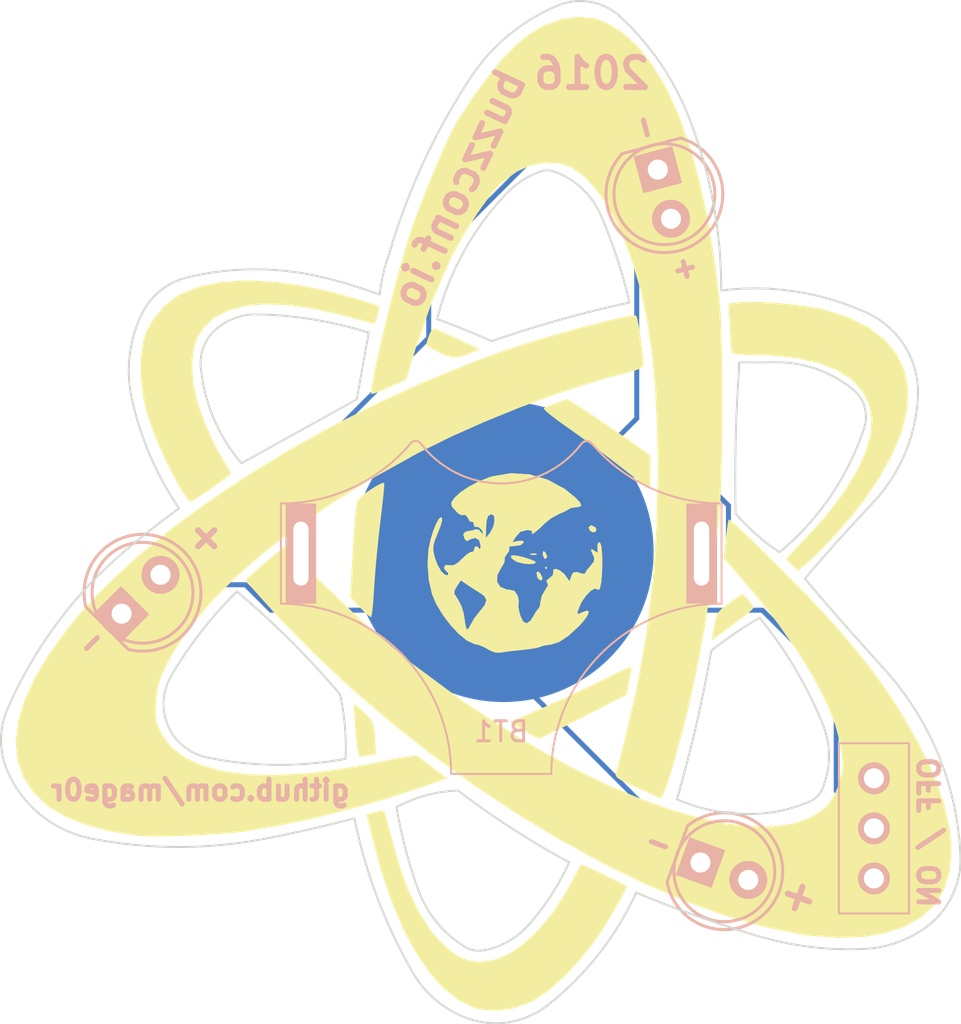
<source format=kicad_pcb>
(kicad_pcb (version 4) (host pcbnew 4.0.2-stable)

  (general
    (links 8)
    (no_connects 1)
    (area 23.758097 23.718279 79.487328 74.852515)
    (thickness 1.6)
    (drawings 836)
    (tracks 38)
    (zones 0)
    (modules 6)
    (nets 5)
  )

  (page A4)
  (layers
    (0 F.Cu signal hide)
    (31 B.Cu signal)
    (32 B.Adhes user)
    (33 F.Adhes user)
    (34 B.Paste user)
    (35 F.Paste user)
    (36 B.SilkS user)
    (37 F.SilkS user)
    (38 B.Mask user)
    (39 F.Mask user)
    (40 Dwgs.User user)
    (41 Cmts.User user)
    (42 Eco1.User user)
    (43 Eco2.User user)
    (44 Edge.Cuts user)
    (45 Margin user)
    (46 B.CrtYd user)
    (47 F.CrtYd user)
    (48 B.Fab user)
    (49 F.Fab user)
  )

  (setup
    (last_trace_width 0.25)
    (trace_clearance 0.2)
    (zone_clearance 0.508)
    (zone_45_only no)
    (trace_min 0.2)
    (segment_width 0.2)
    (edge_width 0.2)
    (via_size 0.6)
    (via_drill 0.4)
    (via_min_size 0.4)
    (via_min_drill 0.3)
    (uvia_size 0.3)
    (uvia_drill 0.1)
    (uvias_allowed no)
    (uvia_min_size 0.2)
    (uvia_min_drill 0.1)
    (pcb_text_width 0.3)
    (pcb_text_size 1.5 1.5)
    (mod_edge_width 0.15)
    (mod_text_size 1 1)
    (mod_text_width 0.15)
    (pad_size 5.5 5.5)
    (pad_drill 4)
    (pad_to_mask_clearance 0.2)
    (aux_axis_origin 0 0)
    (visible_elements 7FFFFFFF)
    (pcbplotparams
      (layerselection 0x010fc_80000001)
      (usegerberextensions true)
      (excludeedgelayer true)
      (linewidth 0.100000)
      (plotframeref false)
      (viasonmask false)
      (mode 1)
      (useauxorigin false)
      (hpglpennumber 1)
      (hpglpenspeed 20)
      (hpglpendiameter 15)
      (hpglpenoverlay 2)
      (psnegative false)
      (psa4output false)
      (plotreference true)
      (plotvalue true)
      (plotinvisibletext false)
      (padsonsilk false)
      (subtractmaskfromsilk false)
      (outputformat 1)
      (mirror false)
      (drillshape 0)
      (scaleselection 1)
      (outputdirectory Gerber/))
  )

  (net 0 "")
  (net 1 GND)
  (net 2 "Net-(D1-Pad2)")
  (net 3 "Net-(BT1-Pad1)")
  (net 4 "Net-(SW2-Pad1)")

  (net_class Default "This is the default net class."
    (clearance 0.2)
    (trace_width 0.25)
    (via_dia 0.6)
    (via_drill 0.4)
    (uvia_dia 0.3)
    (uvia_drill 0.1)
    (add_net GND)
    (add_net "Net-(BT1-Pad1)")
    (add_net "Net-(D1-Pad2)")
    (add_net "Net-(SW2-Pad1)")
  )

  (module LEDs:LED-5MM (layer B.Cu) (tedit 57850183) (tstamp 570E41C8)
    (at 29.9771 54.2087 45)
    (descr "LED 5mm round vertical")
    (tags "LED 5mm round vertical")
    (path /570E461B)
    (fp_text reference D1 (at 1.691641 -1.46304 315) (layer B.SilkS) hide
      (effects (font (size 1 1) (thickness 0.15)) (justify mirror))
    )
    (fp_text value LED (at -2.07516 -2.94128 45) (layer B.SilkS) hide
      (effects (font (size 1 1) (thickness 0.15)) (justify mirror))
    )
    (fp_line (start -1.5 1.55) (end -1.5 -1.55) (layer B.CrtYd) (width 0.05))
    (fp_arc (start 1.3 0) (end -1.5 -1.55) (angle 302) (layer B.CrtYd) (width 0.05))
    (fp_arc (start 1.27 0) (end -1.23 1.5) (angle -297.5) (layer B.SilkS) (width 0.15))
    (fp_line (start -1.23 -1.5) (end -1.23 1.5) (layer B.SilkS) (width 0.15))
    (fp_circle (center 1.27 0) (end 0.97 2.5) (layer B.SilkS) (width 0.15))
    (fp_text user K (at 0.5842 1.6129 315) (layer B.SilkS) hide
      (effects (font (size 1 1) (thickness 0.15)) (justify mirror))
    )
    (pad 1 thru_hole rect (at -0.20736 0 315) (size 2 1.9) (drill 1.00076) (layers *.Cu *.Mask B.SilkS)
      (net 1 GND))
    (pad 2 thru_hole circle (at 2.54 0 45) (size 1.9 1.9) (drill 1.00076) (layers *.Cu *.Mask B.SilkS)
      (net 2 "Net-(D1-Pad2)"))
    (model LEDs.3dshapes/LED-5MM.wrl
      (at (xyz 0.05 0 0))
      (scale (xyz 1 1 1))
      (rotate (xyz 0 0 90))
    )
  )

  (module ESPlant:SS12D00 (layer B.Cu) (tedit 57879987) (tstamp 570E41DB)
    (at 67.3913 65.0723 270)
    (path /570E44F3)
    (fp_text reference SW2 (at -5.0292 -0.01016 540) (layer B.SilkS) hide
      (effects (font (size 0.8 0.8) (thickness 0.12)) (justify mirror))
    )
    (fp_text value ON/OFF (at -18.10512 -8.35406 360) (layer B.SilkS) hide
      (effects (font (size 1 1) (thickness 0.15)) (justify mirror))
    )
    (fp_line (start -4.25 -1.75) (end -4.25 1.75) (layer B.SilkS) (width 0.1))
    (fp_line (start 4.25 -1.75) (end -4.25 -1.75) (layer B.SilkS) (width 0.1))
    (fp_line (start 4.25 1.75) (end 4.25 -1.75) (layer B.SilkS) (width 0.1))
    (fp_line (start -4.25 1.75) (end 4.25 1.75) (layer B.SilkS) (width 0.1))
    (pad 2 thru_hole circle (at 0 0 270) (size 1.6 1.6) (drill 1) (layers *.Cu *.Mask B.SilkS)
      (net 3 "Net-(BT1-Pad1)"))
    (pad 1 thru_hole circle (at -2.5 0 270) (size 1.6 1.6) (drill 1) (layers *.Cu *.Mask B.SilkS)
      (net 4 "Net-(SW2-Pad1)"))
    (pad 3 thru_hole circle (at 2.5 0 270) (size 1.6 1.6) (drill 1) (layers *.Cu *.Mask B.SilkS)
      (net 2 "Net-(D1-Pad2)"))
  )

  (module LEDs:LED-5MM (layer B.Cu) (tedit 57850142) (tstamp 57850AC1)
    (at 58.7299 66.7766 340)
    (descr "LED 5mm round vertical")
    (tags "LED 5mm round vertical")
    (path /5785010C)
    (fp_text reference D2 (at 1.524 -4.064 340) (layer B.SilkS) hide
      (effects (font (size 1 1) (thickness 0.15)) (justify mirror))
    )
    (fp_text value LED (at 1.524 3.937001 340) (layer B.Fab) hide
      (effects (font (size 1 1) (thickness 0.15)) (justify mirror))
    )
    (fp_line (start -1.5 1.55) (end -1.5 -1.55) (layer B.CrtYd) (width 0.05))
    (fp_arc (start 1.3 0) (end -1.5 -1.55) (angle 302) (layer B.CrtYd) (width 0.05))
    (fp_arc (start 1.27 0) (end -1.23 1.5) (angle -297.5) (layer B.SilkS) (width 0.15))
    (fp_line (start -1.23 -1.5) (end -1.23 1.5) (layer B.SilkS) (width 0.15))
    (fp_circle (center 1.27 0) (end 0.97 2.5) (layer B.SilkS) (width 0.15))
    (fp_text user K (at -1.905 -1.905 610) (layer B.SilkS) hide
      (effects (font (size 1 1) (thickness 0.15)) (justify mirror))
    )
    (pad 1 thru_hole rect (at 0 0 250) (size 2 1.9) (drill 1.00076) (layers *.Cu *.Mask B.SilkS)
      (net 1 GND))
    (pad 2 thru_hole circle (at 2.54 0 340) (size 1.9 1.9) (drill 1.00076) (layers *.Cu *.Mask B.SilkS)
      (net 2 "Net-(D1-Pad2)"))
    (model LEDs.3dshapes/LED-5MM.wrl
      (at (xyz 0.05 0 0))
      (scale (xyz 1 1 1))
      (rotate (xyz 0 0 90))
    )
  )

  (module LEDs:LED-5MM (layer B.Cu) (tedit 578500CC) (tstamp 57850AC7)
    (at 56.6014 32.1869 285)
    (descr "LED 5mm round vertical")
    (tags "LED 5mm round vertical")
    (path /57850130)
    (fp_text reference D3 (at 1.524001 -4.064 285) (layer B.SilkS) hide
      (effects (font (size 1 1) (thickness 0.15)) (justify mirror))
    )
    (fp_text value LED (at 1.524 3.937 285) (layer B.Fab) hide
      (effects (font (size 1 1) (thickness 0.15)) (justify mirror))
    )
    (fp_line (start -1.5 1.55) (end -1.5 -1.55) (layer B.CrtYd) (width 0.05))
    (fp_arc (start 1.3 0) (end -1.5 -1.55) (angle 302) (layer B.CrtYd) (width 0.05))
    (fp_arc (start 1.27 0) (end -1.23 1.5) (angle -297.5) (layer B.SilkS) (width 0.15))
    (fp_line (start -1.23 -1.5) (end -1.23 1.5) (layer B.SilkS) (width 0.15))
    (fp_circle (center 1.27 0) (end 0.97 2.5) (layer B.SilkS) (width 0.15))
    (fp_text user K (at -1.905 -1.905 285) (layer B.SilkS) hide
      (effects (font (size 1 1) (thickness 0.15)) (justify mirror))
    )
    (pad 1 thru_hole rect (at 0 0 195) (size 2 1.9) (drill 1.00076) (layers *.Cu *.Mask B.SilkS)
      (net 1 GND))
    (pad 2 thru_hole circle (at 2.54 0 285) (size 1.9 1.9) (drill 1.00076) (layers *.Cu *.Mask B.SilkS)
      (net 2 "Net-(D1-Pad2)"))
    (model LEDs.3dshapes/LED-5MM.wrl
      (at (xyz 0.05 0 0))
      (scale (xyz 1 1 1))
      (rotate (xyz 0 0 90))
    )
  )

  (module CR2032:CR2032 (layer B.Cu) (tedit 576FE73D) (tstamp 57850AEE)
    (at 48.7832 51.3537 180)
    (path /570E4477)
    (fp_text reference BT1 (at 0 -8.89 180) (layer B.SilkS)
      (effects (font (size 1 1) (thickness 0.15)) (justify mirror))
    )
    (fp_text value CR2032 (at -8.128 0 450) (layer B.Fab)
      (effects (font (size 1 1) (thickness 0.15)) (justify mirror))
    )
    (fp_line (start 4.488815 5.536079) (end 4.520751 5.5) (layer B.SilkS) (width 0.1))
    (fp_line (start 4.520751 5.5) (end 4.609362 5.395561) (layer B.SilkS) (width 0.1))
    (fp_line (start 4.609362 5.395561) (end 4.796155 5.189465) (layer B.SilkS) (width 0.1))
    (fp_line (start 4.796155 5.189465) (end 4.989592 4.989592) (layer B.SilkS) (width 0.1))
    (fp_line (start 4.989592 4.989592) (end 5.189465 4.796155) (layer B.SilkS) (width 0.1))
    (fp_line (start 5.189465 4.796155) (end 5.395561 4.609362) (layer B.SilkS) (width 0.1))
    (fp_line (start 5.395561 4.609362) (end 5.607657 4.429411) (layer B.SilkS) (width 0.1))
    (fp_line (start 5.607657 4.429411) (end 5.825528 4.256497) (layer B.SilkS) (width 0.1))
    (fp_line (start 5.825528 4.256497) (end 6.04894 4.090803) (layer B.SilkS) (width 0.1))
    (fp_line (start 6.04894 4.090803) (end 6.277653 3.932508) (layer B.SilkS) (width 0.1))
    (fp_line (start 6.277653 3.932508) (end 6.511423 3.781781) (layer B.SilkS) (width 0.1))
    (fp_line (start 6.511423 3.781781) (end 6.75 3.638784) (layer B.SilkS) (width 0.1))
    (fp_line (start 6.75 3.638784) (end 6.993128 3.503669) (layer B.SilkS) (width 0.1))
    (fp_line (start 6.993128 3.503669) (end 7.240546 3.376582) (layer B.SilkS) (width 0.1))
    (fp_line (start 7.240546 3.376582) (end 7.49199 3.257657) (layer B.SilkS) (width 0.1))
    (fp_line (start 7.49199 3.257657) (end 7.747191 3.147024) (layer B.SilkS) (width 0.1))
    (fp_line (start 7.747191 3.147024) (end 8.005875 3.0448) (layer B.SilkS) (width 0.1))
    (fp_line (start 8.005875 3.0448) (end 8.267765 2.951094) (layer B.SilkS) (width 0.1))
    (fp_line (start 8.267765 2.951094) (end 8.53258 2.866007) (layer B.SilkS) (width 0.1))
    (fp_line (start 8.53258 2.866007) (end 8.800038 2.78963) (layer B.SilkS) (width 0.1))
    (fp_line (start 8.800038 2.78963) (end 9.069852 2.722046) (layer B.SilkS) (width 0.1))
    (fp_line (start 9.069852 2.722046) (end 9.341732 2.663325) (layer B.SilkS) (width 0.1))
    (fp_line (start 9.341732 2.663325) (end 9.615388 2.613532) (layer B.SilkS) (width 0.1))
    (fp_line (start 9.615388 2.613532) (end 9.890527 2.572719) (layer B.SilkS) (width 0.1))
    (fp_line (start 9.890527 2.572719) (end 10.166854 2.54093) (layer B.SilkS) (width 0.1))
    (fp_line (start 10.166854 2.54093) (end 10.444073 2.518199) (layer B.SilkS) (width 0.1))
    (fp_line (start 10.444073 2.518199) (end 10.721888 2.504551) (layer B.SilkS) (width 0.1))
    (fp_line (start 10.721888 2.504551) (end 11 2.5) (layer B.SilkS) (width 0.1))
    (fp_line (start 11 2.5) (end 11 -2.5) (layer B.SilkS) (width 0.1))
    (fp_line (start 11 -2.5) (end 10.721888 -2.504551) (layer B.SilkS) (width 0.1))
    (fp_line (start 10.721888 -2.504551) (end 10.444073 -2.518199) (layer B.SilkS) (width 0.1))
    (fp_line (start 10.444073 -2.518199) (end 10.166854 -2.54093) (layer B.SilkS) (width 0.1))
    (fp_line (start 10.166854 -2.54093) (end 9.890527 -2.572719) (layer B.SilkS) (width 0.1))
    (fp_line (start 9.890527 -2.572719) (end 9.615388 -2.613532) (layer B.SilkS) (width 0.1))
    (fp_line (start 9.615388 -2.613532) (end 9.341732 -2.663325) (layer B.SilkS) (width 0.1))
    (fp_line (start 9.341732 -2.663325) (end 9.069852 -2.722046) (layer B.SilkS) (width 0.1))
    (fp_line (start 9.069852 -2.722046) (end 8.800038 -2.78963) (layer B.SilkS) (width 0.1))
    (fp_line (start 8.800038 -2.78963) (end 8.53258 -2.866007) (layer B.SilkS) (width 0.1))
    (fp_line (start 8.53258 -2.866007) (end 8.267765 -2.951094) (layer B.SilkS) (width 0.1))
    (fp_line (start 8.267765 -2.951094) (end 8.005875 -3.0448) (layer B.SilkS) (width 0.1))
    (fp_line (start 8.005875 -3.0448) (end 7.747191 -3.147024) (layer B.SilkS) (width 0.1))
    (fp_line (start 7.747191 -3.147024) (end 7.49199 -3.257657) (layer B.SilkS) (width 0.1))
    (fp_line (start 7.49199 -3.257657) (end 7.240546 -3.376582) (layer B.SilkS) (width 0.1))
    (fp_line (start 7.240546 -3.376582) (end 6.993128 -3.503669) (layer B.SilkS) (width 0.1))
    (fp_line (start 6.993128 -3.503669) (end 6.75 -3.638784) (layer B.SilkS) (width 0.1))
    (fp_line (start 6.75 -3.638784) (end 6.511423 -3.781781) (layer B.SilkS) (width 0.1))
    (fp_line (start 6.511423 -3.781781) (end 6.277653 -3.932508) (layer B.SilkS) (width 0.1))
    (fp_line (start 6.277653 -3.932508) (end 6.04894 -4.090803) (layer B.SilkS) (width 0.1))
    (fp_line (start 6.04894 -4.090803) (end 5.825528 -4.256497) (layer B.SilkS) (width 0.1))
    (fp_line (start 5.825528 -4.256497) (end 5.607657 -4.429411) (layer B.SilkS) (width 0.1))
    (fp_line (start 5.607657 -4.429411) (end 5.395561 -4.609362) (layer B.SilkS) (width 0.1))
    (fp_line (start 5.395561 -4.609362) (end 5.189465 -4.796155) (layer B.SilkS) (width 0.1))
    (fp_line (start 5.189465 -4.796155) (end 4.989592 -4.989592) (layer B.SilkS) (width 0.1))
    (fp_line (start 4.989592 -4.989592) (end 4.796155 -5.189465) (layer B.SilkS) (width 0.1))
    (fp_line (start 4.796155 -5.189465) (end 4.609362 -5.395561) (layer B.SilkS) (width 0.1))
    (fp_line (start 4.609362 -5.395561) (end 4.429411 -5.607657) (layer B.SilkS) (width 0.1))
    (fp_line (start 4.429411 -5.607657) (end 4.256497 -5.825528) (layer B.SilkS) (width 0.1))
    (fp_line (start 4.256497 -5.825528) (end 4.090803 -6.04894) (layer B.SilkS) (width 0.1))
    (fp_line (start 4.090803 -6.04894) (end 3.932508 -6.277653) (layer B.SilkS) (width 0.1))
    (fp_line (start 3.932508 -6.277653) (end 3.781781 -6.511423) (layer B.SilkS) (width 0.1))
    (fp_line (start 3.781781 -6.511423) (end 3.638784 -6.75) (layer B.SilkS) (width 0.1))
    (fp_line (start 3.638784 -6.75) (end 3.503669 -6.993128) (layer B.SilkS) (width 0.1))
    (fp_line (start 3.503669 -6.993128) (end 3.376582 -7.240546) (layer B.SilkS) (width 0.1))
    (fp_line (start 3.376582 -7.240546) (end 3.257657 -7.49199) (layer B.SilkS) (width 0.1))
    (fp_line (start 3.257657 -7.49199) (end 3.147024 -7.747191) (layer B.SilkS) (width 0.1))
    (fp_line (start 3.147024 -7.747191) (end 3.0448 -8.005875) (layer B.SilkS) (width 0.1))
    (fp_line (start 3.0448 -8.005875) (end 2.951094 -8.267765) (layer B.SilkS) (width 0.1))
    (fp_line (start 2.951094 -8.267765) (end 2.866007 -8.53258) (layer B.SilkS) (width 0.1))
    (fp_line (start 2.866007 -8.53258) (end 2.78963 -8.800038) (layer B.SilkS) (width 0.1))
    (fp_line (start 2.78963 -8.800038) (end 2.722046 -9.069852) (layer B.SilkS) (width 0.1))
    (fp_line (start 2.722046 -9.069852) (end 2.663325 -9.341732) (layer B.SilkS) (width 0.1))
    (fp_line (start 2.663325 -9.341732) (end 2.613532 -9.615388) (layer B.SilkS) (width 0.1))
    (fp_line (start 2.613532 -9.615388) (end 2.572719 -9.890527) (layer B.SilkS) (width 0.1))
    (fp_line (start 2.572719 -9.890527) (end 2.54093 -10.166854) (layer B.SilkS) (width 0.1))
    (fp_line (start 2.54093 -10.166854) (end 2.518199 -10.444073) (layer B.SilkS) (width 0.1))
    (fp_line (start 2.518199 -10.444073) (end 2.504551 -10.721888) (layer B.SilkS) (width 0.1))
    (fp_line (start 2.504551 -10.721888) (end 2.5 -11) (layer B.SilkS) (width 0.1))
    (fp_line (start 2.5 -11) (end -2.5 -11) (layer B.SilkS) (width 0.1))
    (fp_line (start -2.5 -11) (end -2.504551 -10.721888) (layer B.SilkS) (width 0.1))
    (fp_line (start -2.504551 -10.721888) (end -2.518199 -10.444073) (layer B.SilkS) (width 0.1))
    (fp_line (start -2.518199 -10.444073) (end -2.54093 -10.166854) (layer B.SilkS) (width 0.1))
    (fp_line (start -2.54093 -10.166854) (end -2.572719 -9.890527) (layer B.SilkS) (width 0.1))
    (fp_line (start -2.572719 -9.890527) (end -2.613532 -9.615388) (layer B.SilkS) (width 0.1))
    (fp_line (start -2.613532 -9.615388) (end -2.663325 -9.341732) (layer B.SilkS) (width 0.1))
    (fp_line (start -2.663325 -9.341732) (end -2.722046 -9.069852) (layer B.SilkS) (width 0.1))
    (fp_line (start -2.722046 -9.069852) (end -2.78963 -8.800038) (layer B.SilkS) (width 0.1))
    (fp_line (start -2.78963 -8.800038) (end -2.866007 -8.53258) (layer B.SilkS) (width 0.1))
    (fp_line (start -2.866007 -8.53258) (end -2.951094 -8.267765) (layer B.SilkS) (width 0.1))
    (fp_line (start -2.951094 -8.267765) (end -3.0448 -8.005875) (layer B.SilkS) (width 0.1))
    (fp_line (start -3.0448 -8.005875) (end -3.147024 -7.747191) (layer B.SilkS) (width 0.1))
    (fp_line (start -3.147024 -7.747191) (end -3.257657 -7.49199) (layer B.SilkS) (width 0.1))
    (fp_line (start -3.257657 -7.49199) (end -3.376582 -7.240546) (layer B.SilkS) (width 0.1))
    (fp_line (start -3.376582 -7.240546) (end -3.503669 -6.993128) (layer B.SilkS) (width 0.1))
    (fp_line (start -3.503669 -6.993128) (end -3.638784 -6.75) (layer B.SilkS) (width 0.1))
    (fp_line (start -3.638784 -6.75) (end -3.781781 -6.511423) (layer B.SilkS) (width 0.1))
    (fp_line (start -3.781781 -6.511423) (end -3.932508 -6.277653) (layer B.SilkS) (width 0.1))
    (fp_line (start -3.932508 -6.277653) (end -4.090803 -6.04894) (layer B.SilkS) (width 0.1))
    (fp_line (start -4.090803 -6.04894) (end -4.256497 -5.825528) (layer B.SilkS) (width 0.1))
    (fp_line (start -4.256497 -5.825528) (end -4.429411 -5.607657) (layer B.SilkS) (width 0.1))
    (fp_line (start -4.429411 -5.607657) (end -4.609362 -5.395561) (layer B.SilkS) (width 0.1))
    (fp_line (start -4.609362 -5.395561) (end -4.796155 -5.189465) (layer B.SilkS) (width 0.1))
    (fp_line (start -4.796155 -5.189465) (end -4.989592 -4.989592) (layer B.SilkS) (width 0.1))
    (fp_line (start -4.989592 -4.989592) (end -5.189465 -4.796155) (layer B.SilkS) (width 0.1))
    (fp_line (start -5.189465 -4.796155) (end -5.395561 -4.609362) (layer B.SilkS) (width 0.1))
    (fp_line (start -5.395561 -4.609362) (end -5.607657 -4.429411) (layer B.SilkS) (width 0.1))
    (fp_line (start -5.607657 -4.429411) (end -5.825528 -4.256497) (layer B.SilkS) (width 0.1))
    (fp_line (start -5.825528 -4.256497) (end -6.04894 -4.090803) (layer B.SilkS) (width 0.1))
    (fp_line (start -6.04894 -4.090803) (end -6.277653 -3.932508) (layer B.SilkS) (width 0.1))
    (fp_line (start -6.277653 -3.932508) (end -6.511423 -3.781781) (layer B.SilkS) (width 0.1))
    (fp_line (start -6.511423 -3.781781) (end -6.75 -3.638784) (layer B.SilkS) (width 0.1))
    (fp_line (start -6.75 -3.638784) (end -6.993128 -3.503669) (layer B.SilkS) (width 0.1))
    (fp_line (start -6.993128 -3.503669) (end -7.240546 -3.376582) (layer B.SilkS) (width 0.1))
    (fp_line (start -7.240546 -3.376582) (end -7.49199 -3.257657) (layer B.SilkS) (width 0.1))
    (fp_line (start -7.49199 -3.257657) (end -7.747191 -3.147024) (layer B.SilkS) (width 0.1))
    (fp_line (start -7.747191 -3.147024) (end -8.005875 -3.0448) (layer B.SilkS) (width 0.1))
    (fp_line (start -8.005875 -3.0448) (end -8.267765 -2.951094) (layer B.SilkS) (width 0.1))
    (fp_line (start -8.267765 -2.951094) (end -8.53258 -2.866007) (layer B.SilkS) (width 0.1))
    (fp_line (start -8.53258 -2.866007) (end -8.800038 -2.78963) (layer B.SilkS) (width 0.1))
    (fp_line (start -8.800038 -2.78963) (end -9.069852 -2.722046) (layer B.SilkS) (width 0.1))
    (fp_line (start -9.069852 -2.722046) (end -9.341732 -2.663325) (layer B.SilkS) (width 0.1))
    (fp_line (start -9.341732 -2.663325) (end -9.615388 -2.613532) (layer B.SilkS) (width 0.1))
    (fp_line (start -9.615388 -2.613532) (end -9.890527 -2.572719) (layer B.SilkS) (width 0.1))
    (fp_line (start -9.890527 -2.572719) (end -10.166854 -2.54093) (layer B.SilkS) (width 0.1))
    (fp_line (start -10.166854 -2.54093) (end -10.444073 -2.518199) (layer B.SilkS) (width 0.1))
    (fp_line (start -10.444073 -2.518199) (end -10.721888 -2.504551) (layer B.SilkS) (width 0.1))
    (fp_line (start -10.721888 -2.504551) (end -11 -2.5) (layer B.SilkS) (width 0.1))
    (fp_line (start -11 -2.5) (end -11 2.5) (layer B.SilkS) (width 0.1))
    (fp_line (start -11 2.5) (end -10.721888 2.504551) (layer B.SilkS) (width 0.1))
    (fp_line (start -10.721888 2.504551) (end -10.444073 2.518199) (layer B.SilkS) (width 0.1))
    (fp_line (start -10.444073 2.518199) (end -10.166854 2.54093) (layer B.SilkS) (width 0.1))
    (fp_line (start -10.166854 2.54093) (end -9.890527 2.572719) (layer B.SilkS) (width 0.1))
    (fp_line (start -9.890527 2.572719) (end -9.615388 2.613532) (layer B.SilkS) (width 0.1))
    (fp_line (start -9.615388 2.613532) (end -9.341732 2.663325) (layer B.SilkS) (width 0.1))
    (fp_line (start -9.341732 2.663325) (end -9.069852 2.722046) (layer B.SilkS) (width 0.1))
    (fp_line (start -9.069852 2.722046) (end -8.800038 2.78963) (layer B.SilkS) (width 0.1))
    (fp_line (start -8.800038 2.78963) (end -8.53258 2.866007) (layer B.SilkS) (width 0.1))
    (fp_line (start -8.53258 2.866007) (end -8.267765 2.951094) (layer B.SilkS) (width 0.1))
    (fp_line (start -8.267765 2.951094) (end -8.005875 3.0448) (layer B.SilkS) (width 0.1))
    (fp_line (start -8.005875 3.0448) (end -7.747191 3.147024) (layer B.SilkS) (width 0.1))
    (fp_line (start -7.747191 3.147024) (end -7.49199 3.257657) (layer B.SilkS) (width 0.1))
    (fp_line (start -7.49199 3.257657) (end -7.240546 3.376582) (layer B.SilkS) (width 0.1))
    (fp_line (start -7.240546 3.376582) (end -6.993128 3.503669) (layer B.SilkS) (width 0.1))
    (fp_line (start -6.993128 3.503669) (end -6.75 3.638784) (layer B.SilkS) (width 0.1))
    (fp_line (start -6.75 3.638784) (end -6.511423 3.781781) (layer B.SilkS) (width 0.1))
    (fp_line (start -6.511423 3.781781) (end -6.277653 3.932508) (layer B.SilkS) (width 0.1))
    (fp_line (start -6.277653 3.932508) (end -6.04894 4.090803) (layer B.SilkS) (width 0.1))
    (fp_line (start -6.04894 4.090803) (end -5.825528 4.256497) (layer B.SilkS) (width 0.1))
    (fp_line (start -5.825528 4.256497) (end -5.607657 4.429411) (layer B.SilkS) (width 0.1))
    (fp_line (start -5.607657 4.429411) (end -5.395561 4.609362) (layer B.SilkS) (width 0.1))
    (fp_line (start -5.395561 4.609362) (end -5.189465 4.796155) (layer B.SilkS) (width 0.1))
    (fp_line (start -5.189465 4.796155) (end -4.989592 4.989592) (layer B.SilkS) (width 0.1))
    (fp_line (start -4.989592 4.989592) (end -4.796155 5.189465) (layer B.SilkS) (width 0.1))
    (fp_line (start -4.796155 5.189465) (end -4.609362 5.395561) (layer B.SilkS) (width 0.1))
    (fp_line (start -4.609362 5.395561) (end -4.520751 5.5) (layer B.SilkS) (width 0.1))
    (fp_line (start -4.520751 5.5) (end -4.487589 5.533786) (layer B.SilkS) (width 0.1))
    (fp_line (start -4.487589 5.533786) (end -4.449907 5.562445) (layer B.SilkS) (width 0.1))
    (fp_line (start -4.449907 5.562445) (end -4.408491 5.58538) (layer B.SilkS) (width 0.1))
    (fp_line (start -4.408491 5.58538) (end -4.364204 5.602112) (layer B.SilkS) (width 0.1))
    (fp_line (start -4.364204 5.602112) (end -4.31797 5.612293) (layer B.SilkS) (width 0.1))
    (fp_line (start -4.31797 5.612293) (end -4.270751 5.61571) (layer B.SilkS) (width 0.1))
    (fp_line (start -4.270751 5.61571) (end -4.223533 5.612293) (layer B.SilkS) (width 0.1))
    (fp_line (start -4.223533 5.612293) (end -4.177298 5.602112) (layer B.SilkS) (width 0.1))
    (fp_line (start -4.177298 5.602112) (end -4.133012 5.58538) (layer B.SilkS) (width 0.1))
    (fp_line (start -4.133012 5.58538) (end -4.091596 5.562445) (layer B.SilkS) (width 0.1))
    (fp_line (start -4.091596 5.562445) (end -4.053914 5.533786) (layer B.SilkS) (width 0.1))
    (fp_line (start -4.053914 5.533786) (end -4.020751 5.5) (layer B.SilkS) (width 0.1))
    (fp_line (start -4.020751 5.5) (end -3.90081 5.347629) (layer B.SilkS) (width 0.1))
    (fp_line (start -3.90081 5.347629) (end -3.775098 5.199984) (layer B.SilkS) (width 0.1))
    (fp_line (start -3.775098 5.199984) (end -3.643802 5.057282) (layer B.SilkS) (width 0.1))
    (fp_line (start -3.643802 5.057282) (end -3.507115 4.919735) (layer B.SilkS) (width 0.1))
    (fp_line (start -3.507115 4.919735) (end -3.365239 4.787546) (layer B.SilkS) (width 0.1))
    (fp_line (start -3.365239 4.787546) (end -3.218385 4.66091) (layer B.SilkS) (width 0.1))
    (fp_line (start -3.218385 4.66091) (end -3.06677 4.540016) (layer B.SilkS) (width 0.1))
    (fp_line (start -3.06677 4.540016) (end -2.910617 4.425041) (layer B.SilkS) (width 0.1))
    (fp_line (start -2.910617 4.425041) (end -2.750159 4.316157) (layer B.SilkS) (width 0.1))
    (fp_line (start -2.750159 4.316157) (end -2.585633 4.213523) (layer B.SilkS) (width 0.1))
    (fp_line (start -2.585633 4.213523) (end -2.417281 4.117293) (layer B.SilkS) (width 0.1))
    (fp_line (start -2.417281 4.117293) (end -2.245353 4.027607) (layer B.SilkS) (width 0.1))
    (fp_line (start -2.245353 4.027607) (end -2.070103 3.9446) (layer B.SilkS) (width 0.1))
    (fp_line (start -2.070103 3.9446) (end -1.891791 3.868393) (layer B.SilkS) (width 0.1))
    (fp_line (start -1.891791 3.868393) (end -1.710681 3.7991) (layer B.SilkS) (width 0.1))
    (fp_line (start -1.710681 3.7991) (end -1.527039 3.736823) (layer B.SilkS) (width 0.1))
    (fp_line (start -1.527039 3.736823) (end -1.341139 3.681653) (layer B.SilkS) (width 0.1))
    (fp_line (start -1.341139 3.681653) (end -1.153254 3.633674) (layer B.SilkS) (width 0.1))
    (fp_line (start -1.153254 3.633674) (end -0.963663 3.592955) (layer B.SilkS) (width 0.1))
    (fp_line (start -0.963663 3.592955) (end -0.772647 3.559557) (layer B.SilkS) (width 0.1))
    (fp_line (start -0.772647 3.559557) (end -0.580488 3.53353) (layer B.SilkS) (width 0.1))
    (fp_line (start -0.580488 3.53353) (end -0.38747 3.514911) (layer B.SilkS) (width 0.1))
    (fp_line (start -0.38747 3.514911) (end -0.193878 3.503729) (layer B.SilkS) (width 0.1))
    (fp_line (start -0.193878 3.503729) (end 0 3.5) (layer B.SilkS) (width 0.1))
    (fp_line (start 0 3.5) (end 0.193878 3.503729) (layer B.SilkS) (width 0.1))
    (fp_line (start 0.193878 3.503729) (end 0.38747 3.514911) (layer B.SilkS) (width 0.1))
    (fp_line (start 0.38747 3.514911) (end 0.580488 3.53353) (layer B.SilkS) (width 0.1))
    (fp_line (start 0.580488 3.53353) (end 0.772647 3.559557) (layer B.SilkS) (width 0.1))
    (fp_line (start 0.772647 3.559557) (end 0.963663 3.592955) (layer B.SilkS) (width 0.1))
    (fp_line (start 0.963663 3.592955) (end 1.153254 3.633674) (layer B.SilkS) (width 0.1))
    (fp_line (start 1.153254 3.633674) (end 1.341139 3.681653) (layer B.SilkS) (width 0.1))
    (fp_line (start 1.341139 3.681653) (end 1.527039 3.736823) (layer B.SilkS) (width 0.1))
    (fp_line (start 1.527039 3.736823) (end 1.710681 3.7991) (layer B.SilkS) (width 0.1))
    (fp_line (start 1.710681 3.7991) (end 1.891791 3.868393) (layer B.SilkS) (width 0.1))
    (fp_line (start 1.891791 3.868393) (end 2.070103 3.9446) (layer B.SilkS) (width 0.1))
    (fp_line (start 2.070103 3.9446) (end 2.245353 4.027607) (layer B.SilkS) (width 0.1))
    (fp_line (start 2.245353 4.027607) (end 2.417281 4.117293) (layer B.SilkS) (width 0.1))
    (fp_line (start 2.417281 4.117293) (end 2.585633 4.213523) (layer B.SilkS) (width 0.1))
    (fp_line (start 2.585633 4.213523) (end 2.750159 4.316157) (layer B.SilkS) (width 0.1))
    (fp_line (start 2.750159 4.316157) (end 2.910617 4.425041) (layer B.SilkS) (width 0.1))
    (fp_line (start 2.910617 4.425041) (end 3.06677 4.540016) (layer B.SilkS) (width 0.1))
    (fp_line (start 3.06677 4.540016) (end 3.218385 4.66091) (layer B.SilkS) (width 0.1))
    (fp_line (start 3.218385 4.66091) (end 3.365239 4.787546) (layer B.SilkS) (width 0.1))
    (fp_line (start 3.365239 4.787546) (end 3.507115 4.919735) (layer B.SilkS) (width 0.1))
    (fp_line (start 3.507115 4.919735) (end 3.643802 5.057282) (layer B.SilkS) (width 0.1))
    (fp_line (start 3.643802 5.057282) (end 3.775098 5.199984) (layer B.SilkS) (width 0.1))
    (fp_line (start 3.775098 5.199984) (end 3.90081 5.347629) (layer B.SilkS) (width 0.1))
    (fp_line (start 3.90081 5.347629) (end 4.020751 5.5) (layer B.SilkS) (width 0.1))
    (fp_line (start 4.020751 5.5) (end 4.052688 5.536079) (layer B.SilkS) (width 0.1))
    (fp_line (start 4.052688 5.536079) (end 4.089777 5.566838) (layer B.SilkS) (width 0.1))
    (fp_line (start 4.089777 5.566838) (end 4.131141 5.59155) (layer B.SilkS) (width 0.1))
    (fp_line (start 4.131141 5.59155) (end 4.175804 5.60963) (layer B.SilkS) (width 0.1))
    (fp_line (start 4.175804 5.60963) (end 4.22271 5.620652) (layer B.SilkS) (width 0.1))
    (fp_line (start 4.22271 5.620652) (end 4.270751 5.624355) (layer B.SilkS) (width 0.1))
    (fp_line (start 4.270751 5.624355) (end 4.318793 5.620652) (layer B.SilkS) (width 0.1))
    (fp_line (start 4.318793 5.620652) (end 4.365699 5.60963) (layer B.SilkS) (width 0.1))
    (fp_line (start 4.365699 5.60963) (end 4.410362 5.59155) (layer B.SilkS) (width 0.1))
    (fp_line (start 4.410362 5.59155) (end 4.451726 5.566838) (layer B.SilkS) (width 0.1))
    (fp_line (start 4.451726 5.566838) (end 4.488815 5.536079) (layer B.SilkS) (width 0.1))
    (fp_line (start 10 0) (end 9.914449 -1.305262) (layer B.Fab) (width 0.1))
    (fp_line (start 9.914449 -1.305262) (end 9.659258 -2.58819) (layer B.Fab) (width 0.1))
    (fp_line (start 9.659258 -2.58819) (end 9.238795 -3.826834) (layer B.Fab) (width 0.1))
    (fp_line (start 9.238795 -3.826834) (end 8.660254 -5) (layer B.Fab) (width 0.1))
    (fp_line (start 8.660254 -5) (end 7.933533 -6.087614) (layer B.Fab) (width 0.1))
    (fp_line (start 7.933533 -6.087614) (end 7.071068 -7.071068) (layer B.Fab) (width 0.1))
    (fp_line (start 7.071068 -7.071068) (end 6.087614 -7.933533) (layer B.Fab) (width 0.1))
    (fp_line (start 6.087614 -7.933533) (end 5 -8.660254) (layer B.Fab) (width 0.1))
    (fp_line (start 5 -8.660254) (end 3.826834 -9.238795) (layer B.Fab) (width 0.1))
    (fp_line (start 3.826834 -9.238795) (end 2.58819 -9.659258) (layer B.Fab) (width 0.1))
    (fp_line (start 2.58819 -9.659258) (end 1.305262 -9.914449) (layer B.Fab) (width 0.1))
    (fp_line (start 1.305262 -9.914449) (end 0 -10) (layer B.Fab) (width 0.1))
    (fp_line (start 0 -10) (end -1.305262 -9.914449) (layer B.Fab) (width 0.1))
    (fp_line (start -1.305262 -9.914449) (end -2.58819 -9.659258) (layer B.Fab) (width 0.1))
    (fp_line (start -2.58819 -9.659258) (end -3.826834 -9.238795) (layer B.Fab) (width 0.1))
    (fp_line (start -3.826834 -9.238795) (end -5 -8.660254) (layer B.Fab) (width 0.1))
    (fp_line (start -5 -8.660254) (end -6.087614 -7.933533) (layer B.Fab) (width 0.1))
    (fp_line (start -6.087614 -7.933533) (end -7.071068 -7.071068) (layer B.Fab) (width 0.1))
    (fp_line (start -7.071068 -7.071068) (end -7.933533 -6.087614) (layer B.Fab) (width 0.1))
    (fp_line (start -7.933533 -6.087614) (end -8.660254 -5) (layer B.Fab) (width 0.1))
    (fp_line (start -8.660254 -5) (end -9.238795 -3.826834) (layer B.Fab) (width 0.1))
    (fp_line (start -9.238795 -3.826834) (end -9.659258 -2.58819) (layer B.Fab) (width 0.1))
    (fp_line (start -9.659258 -2.58819) (end -9.914449 -1.305262) (layer B.Fab) (width 0.1))
    (fp_line (start -9.914449 -1.305262) (end -10 0) (layer B.Fab) (width 0.1))
    (fp_line (start -10 0) (end -9.914449 1.305262) (layer B.Fab) (width 0.1))
    (fp_line (start -9.914449 1.305262) (end -9.659258 2.58819) (layer B.Fab) (width 0.1))
    (fp_line (start -9.659258 2.58819) (end -9.238795 3.826834) (layer B.Fab) (width 0.1))
    (fp_line (start -9.238795 3.826834) (end -8.660254 5) (layer B.Fab) (width 0.1))
    (fp_line (start -8.660254 5) (end -7.933533 6.087614) (layer B.Fab) (width 0.1))
    (fp_line (start -7.933533 6.087614) (end -7.071068 7.071068) (layer B.Fab) (width 0.1))
    (fp_line (start -7.071068 7.071068) (end -6.087614 7.933533) (layer B.Fab) (width 0.1))
    (fp_line (start -6.087614 7.933533) (end -5 8.660254) (layer B.Fab) (width 0.1))
    (fp_line (start -5 8.660254) (end -3.826834 9.238795) (layer B.Fab) (width 0.1))
    (fp_line (start -3.826834 9.238795) (end -2.58819 9.659258) (layer B.Fab) (width 0.1))
    (fp_line (start -2.58819 9.659258) (end -1.305262 9.914449) (layer B.Fab) (width 0.1))
    (fp_line (start -1.305262 9.914449) (end 0 10) (layer B.Fab) (width 0.1))
    (fp_line (start 0 10) (end 1.305262 9.914449) (layer B.Fab) (width 0.1))
    (fp_line (start 1.305262 9.914449) (end 2.58819 9.659258) (layer B.Fab) (width 0.1))
    (fp_line (start 2.58819 9.659258) (end 3.826834 9.238795) (layer B.Fab) (width 0.1))
    (fp_line (start 3.826834 9.238795) (end 5 8.660254) (layer B.Fab) (width 0.1))
    (fp_line (start 5 8.660254) (end 6.087614 7.933533) (layer B.Fab) (width 0.1))
    (fp_line (start 6.087614 7.933533) (end 7.071068 7.071068) (layer B.Fab) (width 0.1))
    (fp_line (start 7.071068 7.071068) (end 7.933533 6.087614) (layer B.Fab) (width 0.1))
    (fp_line (start 7.933533 6.087614) (end 8.660254 5) (layer B.Fab) (width 0.1))
    (fp_line (start 8.660254 5) (end 9.238795 3.826834) (layer B.Fab) (width 0.1))
    (fp_line (start 9.238795 3.826834) (end 9.659258 2.58819) (layer B.Fab) (width 0.1))
    (fp_line (start 9.659258 2.58819) (end 9.914449 1.305262) (layer B.Fab) (width 0.1))
    (fp_line (start 9.914449 1.305262) (end 10 0) (layer B.Fab) (width 0.1))
    (pad 1 thru_hole rect (at 10 0 180) (size 1.524 5) (drill oval 0.762 3.2) (layers *.Cu *.Mask B.SilkS)
      (net 3 "Net-(BT1-Pad1)"))
    (pad 1 thru_hole rect (at -10 0 180) (size 1.524 5) (drill oval 0.762 3.2) (layers *.Cu *.Mask B.SilkS)
      (net 3 "Net-(BT1-Pad1)"))
    (pad 2 smd circle (at -0.10922 0.0884 180) (size 15 15) (layers B.Cu B.Paste B.Mask)
      (net 1 GND))
  )

  (module badge-kit-v1:buzzconf.4 (layer F.Cu) (tedit 578798F7) (tstamp 57879A95)
    (at 47.7647 49.2633)
    (fp_text reference G*** (at 27.8638 -7.2009) (layer F.SilkS) hide
      (effects (font (thickness 0.3)))
    )
    (fp_text value LOGO (at 28.3972 -4.9911) (layer F.SilkS) hide
      (effects (font (thickness 0.3)))
    )
    (fp_poly (pts (xy -4.834801 14.920753) (xy -4.792419 15.041081) (xy -4.707082 15.338649) (xy -4.59118 15.768662)
      (xy -4.457104 16.286325) (xy -4.456993 16.286761) (xy -4.040792 17.739042) (xy -3.582773 18.979786)
      (xy -3.076107 20.023594) (xy -2.513966 20.885067) (xy -2.060269 21.41169) (xy -1.538566 21.902107)
      (xy -1.077799 22.223441) (xy -0.623107 22.403977) (xy -0.119628 22.471999) (xy 0.001481 22.474664)
      (xy 0.705741 22.368973) (xy 1.434089 22.053569) (xy 2.169643 21.543872) (xy 2.895521 20.855301)
      (xy 3.594841 20.003274) (xy 4.250721 19.003209) (xy 4.69071 18.191892) (xy 4.847285 17.886214)
      (xy 4.962028 17.676222) (xy 4.994423 17.626023) (xy 5.109158 17.652822) (xy 5.384794 17.764467)
      (xy 5.778103 17.94239) (xy 6.17663 18.133824) (xy 7.312362 18.69263) (xy 6.890801 19.500594)
      (xy 6.298524 20.528891) (xy 5.625008 21.514326) (xy 4.899225 22.424109) (xy 4.150148 23.225447)
      (xy 3.406749 23.88555) (xy 2.698002 24.371626) (xy 2.489536 24.482002) (xy 1.654548 24.789136)
      (xy 0.807569 24.915574) (xy 0.002445 24.856086) (xy -0.357114 24.758646) (xy -1.132531 24.373668)
      (xy -1.881078 23.772371) (xy -2.595807 22.966397) (xy -3.269772 21.967387) (xy -3.896026 20.786982)
      (xy -4.467623 19.436824) (xy -4.977616 17.928554) (xy -5.418294 16.277062) (xy -5.693437 15.105925)
      (xy -5.284458 14.993001) (xy -5.008745 14.929419) (xy -4.846681 14.915678) (xy -4.834801 14.920753)) (layer F.SilkS) (width 0.01))
    (fp_poly (pts (xy 12.479614 0.451829) (xy 12.713427 0.656952) (xy 13.067964 0.985283) (xy 13.522721 1.417479)
      (xy 14.057199 1.934202) (xy 14.650896 2.516109) (xy 14.84845 2.711354) (xy 16.186061 4.064474)
      (xy 17.358574 5.314365) (xy 18.388752 6.488453) (xy 19.299357 7.614166) (xy 20.113152 8.718928)
      (xy 20.8529 9.830167) (xy 21.135283 10.286109) (xy 21.98563 11.800467) (xy 22.648866 13.230192)
      (xy 23.123687 14.569497) (xy 23.408792 15.812593) (xy 23.502876 16.953691) (xy 23.404636 17.987005)
      (xy 23.11277 18.906744) (xy 23.088202 18.960042) (xy 22.632328 19.666541) (xy 21.99441 20.249833)
      (xy 21.187725 20.70592) (xy 20.225553 21.030805) (xy 19.121173 21.22049) (xy 17.887865 21.270978)
      (xy 16.538908 21.17827) (xy 15.975833 21.101119) (xy 14.143399 20.728793) (xy 12.212083 20.172292)
      (xy 10.201039 19.443478) (xy 8.129419 18.554215) (xy 6.016374 17.516364) (xy 3.881056 16.34179)
      (xy 1.742618 15.042354) (xy -0.379788 13.629919) (xy -2.467011 12.116349) (xy -4.499899 10.513506)
      (xy -6.459298 8.833252) (xy -8.326058 7.087451) (xy -10.081027 5.287965) (xy -10.761504 4.539994)
      (xy -11.76226 3.416475) (xy -11.287211 2.988731) (xy -10.907604 2.656871) (xy -10.479557 2.29672)
      (xy -10.282493 2.136127) (xy -9.752825 1.711267) (xy -8.223034 3.269053) (xy -5.894413 5.502293)
      (xy -3.465645 7.556369) (xy -0.905695 9.455144) (xy 1.816474 11.222483) (xy 3.119033 11.990651)
      (xy 4.793008 12.898886) (xy 6.423545 13.685285) (xy 7.99802 14.347497) (xy 9.503812 14.883169)
      (xy 10.928298 15.28995) (xy 12.258855 15.565486) (xy 13.482861 15.707427) (xy 14.587693 15.713418)
      (xy 15.56073 15.58111) (xy 16.389348 15.308148) (xy 17.060925 14.892181) (xy 17.326371 14.638184)
      (xy 17.66691 14.133343) (xy 17.924336 13.504222) (xy 18.062101 12.850583) (xy 18.075491 12.593423)
      (xy 17.975855 11.655901) (xy 17.689929 10.607774) (xy 17.224367 9.461458) (xy 16.585825 8.229371)
      (xy 15.780958 6.923931) (xy 14.816421 5.557554) (xy 13.69887 4.142659) (xy 13.281112 3.647952)
      (xy 12.140357 2.318877) (xy 12.234697 1.383058) (xy 12.284873 0.944196) (xy 12.335342 0.600111)
      (xy 12.377256 0.408541) (xy 12.387023 0.389253) (xy 12.479614 0.451829)) (layer F.SilkS) (width 0.01))
    (fp_poly (pts (xy 7.759888 -9.783656) (xy 7.802226 -9.649941) (xy 7.862951 -9.348768) (xy 7.932877 -8.939838)
      (xy 8.002822 -8.482853) (xy 8.063603 -8.037518) (xy 8.106034 -7.663534) (xy 8.120953 -7.436386)
      (xy 8.108307 -7.310047) (xy 8.042905 -7.2114) (xy 7.887328 -7.122459) (xy 7.604159 -7.025237)
      (xy 7.155979 -6.901747) (xy 6.836262 -6.81886) (xy 5.310227 -6.384287) (xy 3.661096 -5.839145)
      (xy 1.95072 -5.20761) (xy 0.240954 -4.513857) (xy -1.406351 -3.782063) (xy -2.929342 -3.036404)
      (xy -3.191967 -2.899165) (xy -5.370414 -1.690023) (xy -7.377221 -0.456815) (xy -9.204973 0.794163)
      (xy -10.846259 2.056612) (xy -12.293664 3.324235) (xy -13.539776 4.590735) (xy -14.57718 5.849816)
      (xy -15.398464 7.095178) (xy -15.756098 7.773534) (xy -15.987998 8.300368) (xy -16.125074 8.749149)
      (xy -16.19698 9.233833) (xy -16.219311 9.553603) (xy -16.236811 10.036882) (xy -16.216552 10.377872)
      (xy -16.143128 10.662022) (xy -16.001133 10.974777) (xy -15.942833 11.087007) (xy -15.476714 11.72798)
      (xy -14.817966 12.251388) (xy -13.970889 12.656207) (xy -12.939783 12.941413) (xy -11.728949 13.105979)
      (xy -10.342686 13.148883) (xy -8.785296 13.069099) (xy -7.972343 12.986235) (xy -7.263302 12.889985)
      (xy -6.438092 12.757291) (xy -5.60279 12.606204) (xy -4.911317 12.465324) (xy -4.329185 12.345486)
      (xy -3.821545 12.255361) (xy -3.432597 12.201718) (xy -3.20654 12.191324) (xy -3.173858 12.199286)
      (xy -3.017215 12.306584) (xy -2.737195 12.511224) (xy -2.391658 12.770855) (xy -2.357964 12.796508)
      (xy -1.683946 13.310277) (xy -2.930036 13.745436) (xy -4.724492 14.331753) (xy -6.583328 14.864238)
      (xy -8.440501 15.326377) (xy -10.229965 15.701654) (xy -11.784684 15.959526) (xy -12.344351 16.024152)
      (xy -13.035285 16.082295) (xy -13.807173 16.131924) (xy -14.609705 16.171008) (xy -15.392571 16.19752)
      (xy -16.10546 16.209427) (xy -16.698061 16.204701) (xy -17.120062 16.181311) (xy -17.162162 16.176495)
      (xy -18.521199 15.948786) (xy -19.718493 15.629742) (xy -20.736266 15.225289) (xy -21.55674 14.741353)
      (xy -21.628568 14.687812) (xy -22.336697 14.021718) (xy -22.837377 13.264943) (xy -23.131333 12.421804)
      (xy -23.219293 11.49662) (xy -23.101982 10.493711) (xy -22.780128 9.417395) (xy -22.254458 8.271991)
      (xy -21.525697 7.061818) (xy -20.594572 5.791194) (xy -20.013499 5.087994) (xy -18.728705 3.710165)
      (xy -17.23818 2.324401) (xy -15.563998 0.944384) (xy -13.728233 -0.416201) (xy -11.752959 -1.743673)
      (xy -9.660251 -3.024348) (xy -7.472182 -4.244543) (xy -5.210826 -5.390576) (xy -2.898258 -6.448764)
      (xy -0.556552 -7.405424) (xy 1.144145 -8.026799) (xy 1.836134 -8.257996) (xy 2.601656 -8.498789)
      (xy 3.41014 -8.74106) (xy 4.231014 -8.97669) (xy 5.033707 -9.197561) (xy 5.787648 -9.395555)
      (xy 6.462267 -9.562553) (xy 7.026993 -9.690437) (xy 7.451254 -9.771088) (xy 7.704479 -9.796389)
      (xy 7.759888 -9.783656)) (layer F.SilkS) (width 0.01))
    (fp_poly (pts (xy 5.690262 -24.624108) (xy 6.178379 -24.456987) (xy 7.039636 -23.949275) (xy 7.842563 -23.223889)
      (xy 8.585501 -22.284857) (xy 9.266789 -21.136206) (xy 9.884769 -19.781962) (xy 10.437779 -18.226154)
      (xy 10.924162 -16.472807) (xy 11.342257 -14.525949) (xy 11.690404 -12.389606) (xy 11.919659 -10.526126)
      (xy 11.964045 -9.963165) (xy 11.99994 -9.210299) (xy 12.027348 -8.306295) (xy 12.046274 -7.289921)
      (xy 12.056723 -6.199943) (xy 12.058698 -5.075128) (xy 12.052204 -3.954242) (xy 12.037246 -2.876053)
      (xy 12.013827 -1.879327) (xy 11.981953 -1.002831) (xy 11.941628 -0.285332) (xy 11.918455 0)
      (xy 11.612304 2.809528) (xy 11.233657 5.438647) (xy 10.776364 7.925953) (xy 10.349764 9.839639)
      (xy 10.127979 10.73157) (xy 9.903744 11.581666) (xy 9.68537 12.362712) (xy 9.481169 13.047493)
      (xy 9.299449 13.608794) (xy 9.148523 14.0194) (xy 9.0367 14.252096) (xy 8.989243 14.295073)
      (xy 8.79033 14.234256) (xy 8.695496 14.185004) (xy 8.5154 14.094737) (xy 8.18483 13.944113)
      (xy 7.764614 13.760603) (xy 7.608559 13.694089) (xy 7.097848 13.457254) (xy 6.806118 13.272214)
      (xy 6.733174 13.146275) (xy 6.775426 12.980377) (xy 6.862888 12.639404) (xy 6.983613 12.169858)
      (xy 7.125655 11.61824) (xy 7.156475 11.498648) (xy 7.776664 8.832916) (xy 8.247283 6.208088)
      (xy 8.575583 3.565555) (xy 8.76882 0.846709) (xy 8.834244 -2.00706) (xy 8.834295 -2.05946)
      (xy 8.803964 -4.205769) (xy 8.70779 -6.153691) (xy 8.542105 -7.925057) (xy 8.303245 -9.541697)
      (xy 7.987545 -11.025443) (xy 7.591337 -12.398126) (xy 7.110958 -13.681577) (xy 6.74765 -14.486996)
      (xy 6.255643 -15.381599) (xy 5.712514 -16.146944) (xy 5.14428 -16.751341) (xy 4.576954 -17.163102)
      (xy 4.530445 -17.187772) (xy 3.892238 -17.395788) (xy 3.18355 -17.426511) (xy 2.468052 -17.288027)
      (xy 1.809414 -16.988423) (xy 1.557074 -16.810093) (xy 1.391075 -16.676757) (xy 1.134103 -16.470611)
      (xy 1.054297 -16.406626) (xy 0.715931 -16.073671) (xy 0.309065 -15.575113) (xy -0.138013 -14.952702)
      (xy -0.597018 -14.248188) (xy -1.039663 -13.50332) (xy -1.437661 -12.759848) (xy -1.495807 -12.642793)
      (xy -2.435858 -10.504447) (xy -3.249895 -8.175941) (xy -3.383251 -7.735925) (xy -3.718468 -6.604732)
      (xy -4.565544 -6.218436) (xy -4.962495 -6.045472) (xy -5.272832 -5.925385) (xy -5.444453 -5.877818)
      (xy -5.461226 -5.880746) (xy -5.47077 -6.024966) (xy -5.426444 -6.360406) (xy -5.335289 -6.857715)
      (xy -5.204344 -7.48754) (xy -5.040649 -8.220527) (xy -4.851244 -9.027326) (xy -4.643169 -9.878582)
      (xy -4.423462 -10.744943) (xy -4.199165 -11.597057) (xy -3.977317 -12.405571) (xy -3.764956 -13.141133)
      (xy -3.569124 -13.774389) (xy -3.565059 -13.786937) (xy -3.322705 -14.494465) (xy -3.029971 -15.286167)
      (xy -2.70422 -16.120671) (xy -2.362818 -16.956601) (xy -2.023131 -17.752582) (xy -1.702523 -18.467241)
      (xy -1.418359 -19.059202) (xy -1.188005 -19.487091) (xy -1.140032 -19.564865) (xy -0.34295 -20.762207)
      (xy 0.38617 -21.763899) (xy 1.063065 -22.587262) (xy 1.703474 -23.249619) (xy 2.323134 -23.768292)
      (xy 2.937782 -24.160601) (xy 3.121243 -24.255117) (xy 4.010047 -24.587592) (xy 4.873822 -24.71108)
      (xy 5.690262 -24.624108)) (layer F.SilkS) (width 0.01))
    (fp_poly (pts (xy -6.230788 9.662349) (xy -6.025723 9.833936) (xy -5.806468 10.043293) (xy -5.550198 10.31419)
      (xy -5.402184 10.539325) (xy -5.327289 10.803693) (xy -5.290373 11.192289) (xy -5.283562 11.308151)
      (xy -5.239127 12.094537) (xy -5.60864 12.16844) (xy -5.887343 12.219509) (xy -6.05773 12.242266)
      (xy -6.061919 12.242342) (xy -6.104331 12.1358) (xy -6.15615 11.846504) (xy -6.210516 11.41995)
      (xy -6.256046 10.95518) (xy -6.296637 10.437863) (xy -6.323086 10.010243) (xy -6.332905 9.720148)
      (xy -6.325674 9.616419) (xy -6.230788 9.662349)) (layer F.SilkS) (width 0.01))
    (fp_poly (pts (xy 7.525977 7.823435) (xy 7.514057 7.915077) (xy 7.452875 8.201968) (xy 7.385698 8.573815)
      (xy 7.372732 8.653422) (xy 7.297584 9.126214) (xy 5.151638 10.226621) (xy 4.508349 10.553986)
      (xy 3.932468 10.842296) (xy 3.455469 11.07618) (xy 3.108826 11.240269) (xy 2.924014 11.319194)
      (xy 2.904422 11.323963) (xy 2.762306 11.266073) (xy 2.486799 11.117201) (xy 2.137382 10.909501)
      (xy 2.135308 10.90822) (xy 1.467462 10.49554) (xy 3.10783 9.786035) (xy 3.833912 9.46444)
      (xy 4.635531 9.097111) (xy 5.420624 8.726913) (xy 6.097127 8.396708) (xy 6.164217 8.363027)
      (xy 6.725448 8.082739) (xy 7.112961 7.898352) (xy 7.356034 7.80015) (xy 7.483947 7.778416)
      (xy 7.525977 7.823435)) (layer F.SilkS) (width 0.01))
    (fp_poly (pts (xy 2.432159 -1.861656) (xy 3.343923 -1.595939) (xy 4.19483 -1.131712) (xy 4.719595 -0.708486)
      (xy 4.962446 -0.450704) (xy 5.014256 -0.298385) (xy 4.876912 -0.233941) (xy 4.771082 -0.228829)
      (xy 4.516406 -0.190076) (xy 4.399235 -0.132752) (xy 4.226528 -0.029428) (xy 3.942879 0.100022)
      (xy 3.890091 0.121293) (xy 3.528839 0.315593) (xy 3.210766 0.566122) (xy 3.203604 0.573411)
      (xy 2.944208 0.824411) (xy 2.721511 1.013431) (xy 2.57501 1.110753) (xy 2.544202 1.08666)
      (xy 2.559114 1.058333) (xy 2.552623 0.952778) (xy 2.346936 0.915712) (xy 2.3082 0.915315)
      (xy 1.977872 1.002205) (xy 1.773577 1.217176) (xy 1.57579 1.519036) (xy 1.879367 1.461004)
      (xy 2.1014 1.453945) (xy 2.139956 1.53099) (xy 2.00274 1.657808) (xy 1.935196 1.674415)
      (xy 1.70652 1.706752) (xy 1.659009 1.716567) (xy 1.461996 1.728651) (xy 1.45028 1.72693)
      (xy 1.405182 1.781229) (xy 1.422728 1.818572) (xy 1.405452 1.974003) (xy 1.309523 2.106565)
      (xy 1.191794 2.288385) (xy 1.192498 2.388377) (xy 1.172705 2.539112) (xy 1.038803 2.765431)
      (xy 1.028171 2.779148) (xy 0.827084 3.155033) (xy 0.811326 3.493694) (xy 0.966105 3.750778)
      (xy 1.276626 3.881931) (xy 1.398688 3.89009) (xy 1.675856 3.954887) (xy 1.834281 4.185727)
      (xy 1.896571 4.437817) (xy 1.883359 4.583824) (xy 1.87433 4.748574) (xy 1.928004 5.037652)
      (xy 1.959246 5.150929) (xy 2.106259 5.477076) (xy 2.279853 5.57625) (xy 2.473871 5.447952)
      (xy 2.627599 5.205046) (xy 2.770899 4.960641) (xy 2.882771 4.827828) (xy 2.888964 4.824474)
      (xy 2.954133 4.694691) (xy 2.974775 4.499278) (xy 3.045134 4.204483) (xy 3.207003 3.916989)
      (xy 3.351212 3.681231) (xy 3.320024 3.549166) (xy 3.30596 3.539394) (xy 3.273689 3.435586)
      (xy 3.425849 3.321541) (xy 3.602071 3.157825) (xy 3.616519 3.023207) (xy 3.621914 2.882615)
      (xy 3.753866 2.858422) (xy 3.951483 2.935784) (xy 4.153872 3.099855) (xy 4.209314 3.167718)
      (xy 4.433208 3.475075) (xy 4.515922 3.214465) (xy 4.606294 3.045581) (xy 4.7677 3.009308)
      (xy 5.063376 3.093492) (xy 5.091442 3.103845) (xy 5.200586 3.090777) (xy 5.205856 3.069803)
      (xy 5.276802 2.942446) (xy 5.44993 2.733693) (xy 5.473092 2.708751) (xy 5.647333 2.480276)
      (xy 5.6606 2.294608) (xy 5.61611 2.19219) (xy 5.50485 1.941139) (xy 5.530543 1.864886)
      (xy 5.673685 1.953486) (xy 5.811259 2.045285) (xy 5.835587 1.969423) (xy 5.831751 1.938892)
      (xy 5.821044 1.64659) (xy 5.88895 1.528759) (xy 5.94955 1.544594) (xy 6.005311 1.685901)
      (xy 6.046034 1.992784) (xy 6.06376 2.402103) (xy 6.063964 2.45236) (xy 6.050396 3.038896)
      (xy 6.012695 3.49609) (xy 5.955368 3.797137) (xy 5.88292 3.915234) (xy 5.825014 3.873713)
      (xy 5.692866 3.833561) (xy 5.489488 3.948934) (xy 5.260309 4.178497) (xy 5.050754 4.480918)
      (xy 4.962282 4.658712) (xy 4.840955 4.963953) (xy 4.824086 5.096975) (xy 4.91749 5.092034)
      (xy 5.026713 5.03826) (xy 5.284459 4.938059) (xy 5.387933 4.984248) (xy 5.340632 5.157474)
      (xy 5.146053 5.438379) (xy 4.905713 5.707933) (xy 4.378861 6.193335) (xy 3.902321 6.507098)
      (xy 3.500389 6.633702) (xy 3.453515 6.635608) (xy 3.152998 6.6789) (xy 2.995857 6.735729)
      (xy 2.788442 6.795881) (xy 2.430433 6.857517) (xy 2.002253 6.906997) (xy 1.564606 6.951457)
      (xy 1.193255 6.998651) (xy 0.972523 7.037544) (xy 0.707783 7.025411) (xy 0.457658 6.927971)
      (xy 0.158138 6.759085) (xy -0.062339 6.665162) (xy -0.318002 6.598657) (xy -0.350734 6.591504)
      (xy -0.701618 6.42668) (xy -1.104269 6.098536) (xy -1.519385 5.653678) (xy -1.907667 5.138714)
      (xy -2.229812 4.60025) (xy -2.435712 4.118919) (xy -2.475413 3.941869) (xy -1.318996 3.941869)
      (xy -1.317543 4.102364) (xy -1.184964 4.316654) (xy -1.14311 4.373615) (xy -0.961717 4.720408)
      (xy -0.844897 5.127602) (xy -0.836146 5.189582) (xy -0.776432 5.624624) (xy -0.715042 5.846897)
      (xy -0.641422 5.872286) (xy -0.54502 5.716679) (xy -0.521333 5.663513) (xy -0.334632 5.335244)
      (xy -0.08857 5.017318) (xy -0.081108 5.009318) (xy 0.193465 4.66839) (xy 0.277217 4.413193)
      (xy 0.174204 4.209515) (xy 0.026748 4.099215) (xy -0.2939 3.897017) (xy -0.634856 3.673822)
      (xy -0.643379 3.668109) (xy -1.000722 3.428327) (xy -1.198355 3.729953) (xy -1.318996 3.941869)
      (xy -2.475413 3.941869) (xy -2.596168 3.40336) (xy -2.65776 2.611646) (xy -2.611413 1.888527)
      (xy -2.514185 1.421106) (xy -2.382005 0.978385) (xy -2.234386 0.607963) (xy -2.090837 0.357443)
      (xy -1.970872 0.274428) (xy -1.95264 0.281342) (xy -1.933598 0.419221) (xy -2.012553 0.716147)
      (xy -2.141938 1.045975) (xy -2.302907 1.43984) (xy -2.375526 1.71666) (xy -2.371446 1.965212)
      (xy -2.302867 2.272199) (xy -2.167161 2.646863) (xy -1.99182 2.95257) (xy -1.811571 3.143616)
      (xy -1.661146 3.174296) (xy -1.633583 3.15298) (xy -1.634116 3.038728) (xy -1.687612 3.006783)
      (xy -1.816017 2.863045) (xy -1.83063 2.781215) (xy -1.763244 2.659982) (xy -1.566614 2.672988)
      (xy -1.347794 2.669249) (xy -1.111178 2.521081) (xy -0.927439 2.341512) (xy -0.688561 2.121492)
      (xy -0.503051 2.009337) (xy -0.447761 2.008368) (xy -0.358054 1.976688) (xy -0.343243 1.89459)
      (xy -0.278793 1.735492) (xy -0.148866 1.751964) (xy -0.075774 1.859234) (xy -0.032104 1.870786)
      (xy -0.009032 1.699854) (xy -0.078857 1.429022) (xy -0.248777 1.315766) (xy 0.245955 1.315766)
      (xy 0.466221 1.045658) (xy 0.630366 0.730835) (xy 0.686487 0.436593) (xy 0.654585 0.195714)
      (xy 0.537727 0.129758) (xy 0.486262 0.135996) (xy 0.358524 0.215684) (xy 0.29063 0.426699)
      (xy 0.265996 0.745061) (xy 0.245955 1.315766) (xy -0.248777 1.315766) (xy -0.264957 1.304982)
      (xy -0.502555 1.365399) (xy -0.538086 1.392245) (xy -0.698396 1.467256) (xy -0.807761 1.365616)
      (xy -0.878453 1.127998) (xy -0.752315 0.989663) (xy -0.619106 0.968265) (xy -0.361889 0.922637)
      (xy -0.264327 0.880047) (xy -0.104551 0.894188) (xy -0.010511 0.99872) (xy 0.082795 1.108257)
      (xy 0.110936 1.072343) (xy 0.043008 0.904044) (xy -0.108392 0.772204) (xy -0.251614 0.751466)
      (xy -0.267959 0.763755) (xy -0.330542 0.738305) (xy -0.343243 0.641596) (xy -0.390882 0.506536)
      (xy -0.44942 0.509774) (xy -0.56084 0.471054) (xy -0.631378 0.33663) (xy -0.753411 0.166151)
      (xy -0.865133 0.158485) (xy -0.98973 0.170217) (xy -1.133752 0.081077) (xy -1.345949 -0.144476)
      (xy -1.450147 -0.267992) (xy -1.472514 -0.453106) (xy -1.315949 -0.69476) (xy -1.015069 -0.967271)
      (xy -0.604489 -1.244958) (xy -0.118825 -1.502137) (xy 0.407309 -1.713128) (xy 0.564235 -1.762515)
      (xy 1.494082 -1.920102) (xy 2.432159 -1.861656)) (layer F.SilkS) (width 0.01))
    (fp_poly (pts (xy 13.348118 4.393116) (xy 13.525924 4.623182) (xy 13.613427 4.782219) (xy 13.615316 4.795289)
      (xy 13.528512 4.895634) (xy 13.292874 5.098666) (xy 12.945559 5.37377) (xy 12.571275 5.655426)
      (xy 11.527235 6.424024) (xy 11.602666 5.986561) (xy 11.692921 5.502918) (xy 11.787053 5.1793)
      (xy 11.923105 4.949472) (xy 12.13912 4.747197) (xy 12.439378 4.529753) (xy 13.080921 4.08248)
      (xy 13.348118 4.393116)) (layer F.SilkS) (width 0.01))
    (fp_poly (pts (xy -4.826026 -1.431732) (xy -4.825718 -1.310245) (xy -4.851125 -1.000392) (xy -4.89837 -0.540716)
      (xy -4.963576 0.030241) (xy -5.01808 0.477486) (xy -5.108402 1.258006) (xy -5.194345 2.103166)
      (xy -5.267608 2.924401) (xy -5.319891 3.633146) (xy -5.329905 3.804279) (xy -5.3649 4.351643)
      (xy -5.404415 4.80536) (xy -5.443939 5.12259) (xy -5.478959 5.260493) (xy -5.483564 5.263063)
      (xy -5.597537 5.18764) (xy -5.816848 4.991931) (xy -6.038431 4.774213) (xy -6.518201 4.285364)
      (xy -6.392849 2.00245) (xy -6.349732 1.288186) (xy -6.303282 0.640054) (xy -6.256902 0.097385)
      (xy -6.213997 -0.300491) (xy -6.17797 -0.514247) (xy -6.173959 -0.526487) (xy -6.052302 -0.676975)
      (xy -5.810879 -0.880495) (xy -5.508667 -1.097438) (xy -5.204645 -1.288195) (xy -4.957791 -1.413159)
      (xy -4.827082 -1.43272) (xy -4.826026 -1.431732)) (layer F.SilkS) (width 0.01))
    (fp_poly (pts (xy 2.979244 3.092503) (xy 3.081648 3.326702) (xy 3.018346 3.429532) (xy 2.987016 3.432432)
      (xy 2.864166 3.340722) (xy 2.812702 3.244435) (xy 2.783879 3.043848) (xy 2.859026 2.982219)
      (xy 2.979244 3.092503)) (layer F.SilkS) (width 0.01))
    (fp_poly (pts (xy 13.956896 -10.46826) (xy 14.664958 -10.424778) (xy 15.414496 -10.355393) (xy 16.144377 -10.265587)
      (xy 16.793467 -10.160841) (xy 17.215388 -10.069487) (xy 18.38401 -9.688916) (xy 19.364895 -9.195824)
      (xy 20.153684 -8.595586) (xy 20.746014 -7.893578) (xy 21.137524 -7.095176) (xy 21.323854 -6.205754)
      (xy 21.300641 -5.230687) (xy 21.276666 -5.063801) (xy 21.011156 -4.000988) (xy 20.548059 -2.868063)
      (xy 19.89869 -1.688307) (xy 19.074364 -0.485005) (xy 19.010369 -0.400451) (xy 18.552269 0.173894)
      (xy 18.025809 0.790444) (xy 17.477739 1.397934) (xy 16.954808 1.945101) (xy 16.503764 2.380681)
      (xy 16.355254 2.511083) (xy 15.824795 2.958373) (xy 15.526749 2.660327) (xy 15.228703 2.362282)
      (xy 16.225548 1.319564) (xy 17.26801 0.151815) (xy 18.120541 -0.969693) (xy 18.77705 -2.035289)
      (xy 19.231443 -3.035301) (xy 19.448415 -3.796872) (xy 19.516706 -4.630749) (xy 19.377702 -5.379307)
      (xy 19.038462 -6.037325) (xy 18.506042 -6.599581) (xy 17.787502 -7.060852) (xy 16.889899 -7.415916)
      (xy 15.820292 -7.659552) (xy 14.585738 -7.786537) (xy 14.032904 -7.803678) (xy 13.367969 -7.82104)
      (xy 12.884277 -7.854154) (xy 12.599174 -7.901409) (xy 12.526471 -7.94372) (xy 12.505475 -8.104117)
      (xy 12.477939 -8.438028) (xy 12.448042 -8.890392) (xy 12.429161 -9.224972) (xy 12.368035 -10.383728)
      (xy 12.909732 -10.455586) (xy 13.351443 -10.480357) (xy 13.956896 -10.46826)) (layer F.SilkS) (width 0.01))
    (fp_poly (pts (xy 3.318018 2.803153) (xy 3.260811 2.86036) (xy 3.203604 2.803153) (xy 3.260811 2.745946)
      (xy 3.318018 2.803153)) (layer F.SilkS) (width 0.01))
    (fp_poly (pts (xy 1.85272 2.204951) (xy 2.165958 2.281882) (xy 2.470096 2.38021) (xy 2.687169 2.475482)
      (xy 2.745946 2.5307) (xy 2.648336 2.599493) (xy 2.408341 2.61571) (xy 2.105216 2.583686)
      (xy 1.818215 2.507757) (xy 1.74482 2.475938) (xy 1.541428 2.336099) (xy 1.492532 2.219442)
      (xy 1.608344 2.173874) (xy 1.85272 2.204951)) (layer F.SilkS) (width 0.01))
    (fp_poly (pts (xy 3.216476 2.026565) (xy 3.306022 2.213334) (xy 3.299903 2.285428) (xy 3.209037 2.355738)
      (xy 3.172617 2.333577) (xy 3.096694 2.154729) (xy 3.08919 2.074715) (xy 3.125491 1.965764)
      (xy 3.216476 2.026565)) (layer F.SilkS) (width 0.01))
    (fp_poly (pts (xy 2.77455 2.098099) (xy 2.788923 2.13986) (xy 2.631532 2.155808) (xy 2.469106 2.137828)
      (xy 2.488514 2.098099) (xy 2.72276 2.082988) (xy 2.77455 2.098099)) (layer F.SilkS) (width 0.01))
    (fp_poly (pts (xy 5.713487 0.778776) (xy 5.762096 0.858108) (xy 5.739489 0.996519) (xy 5.597208 1.030119)
      (xy 5.453754 0.953453) (xy 5.380599 0.786917) (xy 5.491847 0.6902) (xy 5.536858 0.686486)
      (xy 5.713487 0.778776)) (layer F.SilkS) (width 0.01))
    (fp_poly (pts (xy -10.263743 -11.476149) (xy -8.76843 -11.258892) (xy -7.551351 -10.989993) (xy -7.116053 -10.875194)
      (xy -6.62171 -10.737014) (xy -6.120397 -10.591027) (xy -5.664191 -10.452805) (xy -5.305168 -10.337921)
      (xy -5.095402 -10.261949) (xy -5.065939 -10.246739) (xy -5.074403 -10.136032) (xy -5.130569 -9.902586)
      (xy -5.207913 -9.638787) (xy -5.279912 -9.437024) (xy -5.314204 -9.381982) (xy -5.433372 -9.410513)
      (xy -5.730625 -9.488551) (xy -6.163453 -9.604766) (xy -6.689348 -9.747825) (xy -6.788335 -9.774928)
      (xy -8.244084 -10.118005) (xy -9.565309 -10.314186) (xy -10.744503 -10.36408) (xy -11.774158 -10.26829)
      (xy -12.646767 -10.027423) (xy -13.354824 -9.642085) (xy -13.816385 -9.207862) (xy -14.123473 -8.742842)
      (xy -14.313773 -8.209419) (xy -14.403649 -7.550014) (xy -14.416216 -7.097296) (xy -14.34185 -6.32593)
      (xy -14.130655 -5.436265) (xy -13.800482 -4.478634) (xy -13.369184 -3.503367) (xy -12.854613 -2.560797)
      (xy -12.743257 -2.380605) (xy -12.578903 -2.10963) (xy -12.482098 -1.929493) (xy -12.471171 -1.89763)
      (xy -12.558475 -1.81672) (xy -12.788572 -1.642339) (xy -13.113737 -1.407763) (xy -13.486245 -1.146272)
      (xy -13.85837 -0.891144) (xy -14.18239 -0.675658) (xy -14.410577 -0.533093) (xy -14.479553 -0.497183)
      (xy -14.586981 -0.567961) (xy -14.768742 -0.797164) (xy -14.991779 -1.14115) (xy -15.075165 -1.283545)
      (xy -15.765167 -2.607687) (xy -16.334522 -3.936161) (xy -16.668575 -4.911645) (xy -16.872692 -5.800675)
      (xy -16.974519 -6.726712) (xy -16.973274 -7.625893) (xy -16.868175 -8.434357) (xy -16.718054 -8.949608)
      (xy -16.359216 -9.61274) (xy -15.84639 -10.227501) (xy -15.246919 -10.719061) (xy -14.991977 -10.867487)
      (xy -14.031279 -11.240756) (xy -12.911872 -11.466806) (xy -11.650459 -11.545362) (xy -10.263743 -11.476149)) (layer F.SilkS) (width 0.01))
    (fp_poly (pts (xy 4.994707 -5.195275) (xy 5.33823 -4.971925) (xy 5.812243 -4.654876) (xy 6.360246 -4.282328)
      (xy 6.925738 -3.89248) (xy 7.065091 -3.795489) (xy 8.466667 -2.817868) (xy 8.466667 -1.981006)
      (xy 8.461647 -1.576457) (xy 8.448393 -1.27939) (xy 8.429613 -1.146438) (xy 8.426646 -1.144144)
      (xy 8.32769 -1.210982) (xy 8.080369 -1.395569) (xy 7.716044 -1.674016) (xy 7.266077 -2.022433)
      (xy 6.962219 -2.259685) (xy 6.342424 -2.736758) (xy 5.658684 -3.249461) (xy 4.98718 -3.741436)
      (xy 4.404096 -4.156322) (xy 4.314991 -4.218065) (xy 3.863756 -4.538604) (xy 3.496623 -4.817702)
      (xy 3.246999 -5.028559) (xy 3.14829 -5.144378) (xy 3.149232 -5.153236) (xy 3.282679 -5.239451)
      (xy 3.561199 -5.358525) (xy 3.766098 -5.431503) (xy 4.3259 -5.61744) (xy 4.994707 -5.195275)) (layer F.SilkS) (width 0.01))
    (fp_poly (pts (xy -2.243977 -9.107007) (xy -1.947095 -8.982156) (xy -1.53803 -8.798984) (xy -1.170878 -8.628516)
      (xy -0.057207 -8.103878) (xy -0.572072 -7.891215) (xy -1.007116 -7.735427) (xy -1.349432 -7.695125)
      (xy -1.693821 -7.775211) (xy -2.116666 -7.97108) (xy -2.432573 -8.135041) (xy -2.650813 -8.250667)
      (xy -2.713626 -8.286211) (xy -2.709786 -8.407612) (xy -2.638925 -8.644098) (xy -2.53551 -8.905664)
      (xy -2.434009 -9.102304) (xy -2.381636 -9.153153) (xy -2.243977 -9.107007)) (layer F.SilkS) (width 0.01))
  )

  (gr_text github.com/mage0r (at 33.7566 63.1698) (layer B.SilkS)
    (effects (font (size 1 1) (thickness 0.25)) (justify mirror))
  )
  (gr_text 2016 (at 53.30952 27.3812) (layer B.SilkS)
    (effects (font (size 1.5 1.5) (thickness 0.3)) (justify mirror))
  )
  (gr_text buzzconf.io (at 46.6598 33.13684 65) (layer B.SilkS)
    (effects (font (size 1.5 1.5) (thickness 0.3)) (justify mirror))
  )
  (gr_text + (at 63.6651 68.4276 340) (layer B.SilkS)
    (effects (font (size 1.5 1.5) (thickness 0.3)))
  )
  (gr_text - (at 56.6547 65.7987 340) (layer B.SilkS)
    (effects (font (size 1 1) (thickness 0.25)))
  )
  (gr_text - (at 56.04764 30.06344 285) (layer B.SilkS)
    (effects (font (size 1 1) (thickness 0.25)))
  )
  (gr_text + (at 58.03138 37.13226 285) (layer B.SilkS)
    (effects (font (size 1 1) (thickness 0.25)))
  )
  (gr_text + (at 33.97504 50.51552 45) (layer B.SilkS)
    (effects (font (size 1.5 1.5) (thickness 0.3)))
  )
  (gr_text - (at 28.30322 55.76824 45) (layer B.SilkS)
    (effects (font (size 1 1) (thickness 0.25)))
  )
  (gr_text "OFF / ON" (at 70.1802 65.2653 90) (layer B.SilkS)
    (effects (font (size 1 1) (thickness 0.25)) (justify mirror))
  )
  (gr_line (start 51.912083 67.311184) (end 52.047339 67.040955) (layer Edge.Cuts) (width 0.1))
  (gr_line (start 51.770507 67.578154) (end 51.912083 67.311184) (layer Edge.Cuts) (width 0.1))
  (gr_line (start 51.622688 67.841717) (end 51.770507 67.578154) (layer Edge.Cuts) (width 0.1))
  (gr_line (start 51.468709 68.101727) (end 51.622688 67.841717) (layer Edge.Cuts) (width 0.1))
  (gr_line (start 51.308655 68.358041) (end 51.468709 68.101727) (layer Edge.Cuts) (width 0.1))
  (gr_line (start 51.142615 68.610515) (end 51.308655 68.358041) (layer Edge.Cuts) (width 0.1))
  (gr_line (start 50.97068 68.859011) (end 51.142615 68.610515) (layer Edge.Cuts) (width 0.1))
  (gr_line (start 50.792947 69.10339) (end 50.97068 68.859011) (layer Edge.Cuts) (width 0.1))
  (gr_line (start 50.609512 69.343518) (end 50.792947 69.10339) (layer Edge.Cuts) (width 0.1))
  (gr_line (start 50.420479 69.57926) (end 50.609512 69.343518) (layer Edge.Cuts) (width 0.1))
  (gr_line (start 50.225951 69.810488) (end 50.420479 69.57926) (layer Edge.Cuts) (width 0.1))
  (gr_line (start 50.140716 69.906449) (end 50.225951 69.810488) (layer Edge.Cuts) (width 0.1))
  (gr_line (start 50.052624 69.999794) (end 50.140716 69.906449) (layer Edge.Cuts) (width 0.1))
  (gr_line (start 49.961757 70.090438) (end 50.052624 69.999794) (layer Edge.Cuts) (width 0.1))
  (gr_line (start 49.868197 70.178297) (end 49.961757 70.090438) (layer Edge.Cuts) (width 0.1))
  (gr_line (start 49.772029 70.263293) (end 49.868197 70.178297) (layer Edge.Cuts) (width 0.1))
  (gr_line (start 49.673341 70.345347) (end 49.772029 70.263293) (layer Edge.Cuts) (width 0.1))
  (gr_line (start 49.572222 70.424385) (end 49.673341 70.345347) (layer Edge.Cuts) (width 0.1))
  (gr_line (start 49.468765 70.500335) (end 49.572222 70.424385) (layer Edge.Cuts) (width 0.1))
  (gr_line (start 49.363063 70.573128) (end 49.468765 70.500335) (layer Edge.Cuts) (width 0.1))
  (gr_line (start 49.255214 70.642696) (end 49.363063 70.573128) (layer Edge.Cuts) (width 0.1))
  (gr_line (start 49.145316 70.708978) (end 49.255214 70.642696) (layer Edge.Cuts) (width 0.1))
  (gr_line (start 49.033468 70.771913) (end 49.145316 70.708978) (layer Edge.Cuts) (width 0.1))
  (gr_line (start 48.940625 70.820558) (end 49.033468 70.771913) (layer Edge.Cuts) (width 0.1))
  (gr_line (start 48.846383 70.866431) (end 48.940625 70.820558) (layer Edge.Cuts) (width 0.1))
  (gr_line (start 48.750824 70.909492) (end 48.846383 70.866431) (layer Edge.Cuts) (width 0.1))
  (gr_line (start 48.654032 70.949704) (end 48.750824 70.909492) (layer Edge.Cuts) (width 0.1))
  (gr_line (start 48.556093 70.987032) (end 48.654032 70.949704) (layer Edge.Cuts) (width 0.1))
  (gr_line (start 48.457091 71.021441) (end 48.556093 70.987032) (layer Edge.Cuts) (width 0.1))
  (gr_line (start 48.357113 71.052903) (end 48.457091 71.021441) (layer Edge.Cuts) (width 0.1))
  (gr_line (start 48.256249 71.08139) (end 48.357113 71.052903) (layer Edge.Cuts) (width 0.1))
  (gr_line (start 48.154585 71.106877) (end 48.256249 71.08139) (layer Edge.Cuts) (width 0.1))
  (gr_line (start 48.052211 71.129341) (end 48.154585 71.106877) (layer Edge.Cuts) (width 0.1))
  (gr_line (start 47.949217 71.148762) (end 48.052211 71.129341) (layer Edge.Cuts) (width 0.1))
  (gr_line (start 47.845693 71.165124) (end 47.949217 71.148762) (layer Edge.Cuts) (width 0.1))
  (gr_line (start 47.769802 71.173747) (end 47.845693 71.165124) (layer Edge.Cuts) (width 0.1))
  (gr_line (start 47.69354 71.177988) (end 47.769802 71.173747) (layer Edge.Cuts) (width 0.1))
  (gr_line (start 47.617161 71.177831) (end 47.69354 71.177988) (layer Edge.Cuts) (width 0.1))
  (gr_line (start 47.540918 71.173277) (end 47.617161 71.177831) (layer Edge.Cuts) (width 0.1))
  (gr_line (start 47.465063 71.164342) (end 47.540918 71.173277) (layer Edge.Cuts) (width 0.1))
  (gr_line (start 47.389848 71.151055) (end 47.465063 71.164342) (layer Edge.Cuts) (width 0.1))
  (gr_line (start 47.315522 71.133459) (end 47.389848 71.151055) (layer Edge.Cuts) (width 0.1))
  (gr_line (start 47.242332 71.111615) (end 47.315522 71.133459) (layer Edge.Cuts) (width 0.1))
  (gr_line (start 47.17052 71.085593) (end 47.242332 71.111615) (layer Edge.Cuts) (width 0.1))
  (gr_line (start 47.100324 71.05548) (end 47.17052 71.085593) (layer Edge.Cuts) (width 0.1))
  (gr_line (start 47.031976 71.021376) (end 47.100324 71.05548) (layer Edge.Cuts) (width 0.1))
  (gr_line (start 46.965705 70.983394) (end 47.031976 71.021376) (layer Edge.Cuts) (width 0.1))
  (gr_line (start 46.698012 70.808824) (end 46.965705 70.983394) (layer Edge.Cuts) (width 0.1))
  (gr_line (start 46.440753 70.619206) (end 46.698012 70.808824) (layer Edge.Cuts) (width 0.1))
  (gr_line (start 46.194772 70.415163) (end 46.440753 70.619206) (layer Edge.Cuts) (width 0.1))
  (gr_line (start 45.960876 70.197364) (end 46.194772 70.415163) (layer Edge.Cuts) (width 0.1))
  (gr_line (start 45.739833 69.966525) (end 45.960876 70.197364) (layer Edge.Cuts) (width 0.1))
  (gr_line (start 45.532368 69.723403) (end 45.739833 69.966525) (layer Edge.Cuts) (width 0.1))
  (gr_line (start 45.339162 69.468797) (end 45.532368 69.723403) (layer Edge.Cuts) (width 0.1))
  (gr_line (start 45.16085 69.20354) (end 45.339162 69.468797) (layer Edge.Cuts) (width 0.1))
  (gr_line (start 44.998016 68.928506) (end 45.16085 69.20354) (layer Edge.Cuts) (width 0.1))
  (gr_line (start 44.851196 68.644595) (end 44.998016 68.928506) (layer Edge.Cuts) (width 0.1))
  (gr_line (start 44.72087 68.35274) (end 44.851196 68.644595) (layer Edge.Cuts) (width 0.1))
  (gr_line (start 44.607467 68.053898) (end 44.72087 68.35274) (layer Edge.Cuts) (width 0.1))
  (gr_line (start 44.485281 67.70183) (end 44.607467 68.053898) (layer Edge.Cuts) (width 0.1))
  (gr_line (start 44.367334 67.34413) (end 44.485281 67.70183) (layer Edge.Cuts) (width 0.1))
  (gr_line (start 44.254956 66.984632) (end 44.367334 67.34413) (layer Edge.Cuts) (width 0.1))
  (gr_line (start 44.148174 66.623424) (end 44.254956 66.984632) (layer Edge.Cuts) (width 0.1))
  (gr_line (start 44.047013 66.260592) (end 44.148174 66.623424) (layer Edge.Cuts) (width 0.1))
  (gr_line (start 43.951499 65.896226) (end 44.047013 66.260592) (layer Edge.Cuts) (width 0.1))
  (gr_line (start 43.861654 65.530413) (end 43.951499 65.896226) (layer Edge.Cuts) (width 0.1))
  (gr_line (start 43.7775 65.163242) (end 43.861654 65.530413) (layer Edge.Cuts) (width 0.1))
  (gr_line (start 43.699057 64.794802) (end 43.7775 65.163242) (layer Edge.Cuts) (width 0.1))
  (gr_line (start 43.626345 64.425182) (end 43.699057 64.794802) (layer Edge.Cuts) (width 0.1))
  (gr_line (start 43.559381 64.054472) (end 43.626345 64.425182) (layer Edge.Cuts) (width 0.1))
  (gr_line (start 43.551959 64.009392) (end 43.559381 64.054472) (layer Edge.Cuts) (width 0.1))
  (gr_line (start 43.812646 63.877737) (end 43.551959 64.009392) (layer Edge.Cuts) (width 0.1))
  (gr_line (start 44.092912 63.750319) (end 43.812646 63.877737) (layer Edge.Cuts) (width 0.1))
  (gr_line (start 44.378411 63.63517) (end 44.092912 63.750319) (layer Edge.Cuts) (width 0.1))
  (gr_line (start 44.668608 63.532504) (end 44.378411 63.63517) (layer Edge.Cuts) (width 0.1))
  (gr_line (start 44.96296 63.442514) (end 44.668608 63.532504) (layer Edge.Cuts) (width 0.1))
  (gr_line (start 45.260919 63.365367) (end 44.96296 63.442514) (layer Edge.Cuts) (width 0.1))
  (gr_line (start 45.561925 63.301209) (end 45.260919 63.365367) (layer Edge.Cuts) (width 0.1))
  (gr_line (start 45.865416 63.250158) (end 45.561925 63.301209) (layer Edge.Cuts) (width 0.1))
  (gr_line (start 46.170826 63.212312) (end 45.865416 63.250158) (layer Edge.Cuts) (width 0.1))
  (gr_line (start 46.477581 63.187739) (end 46.170826 63.212312) (layer Edge.Cuts) (width 0.1))
  (gr_line (start 46.625601 63.182323) (end 46.477581 63.187739) (layer Edge.Cuts) (width 0.1))
  (gr_line (start 46.967908 63.442388) (end 46.625601 63.182323) (layer Edge.Cuts) (width 0.1))
  (gr_line (start 47.453603 63.800434) (end 46.967908 63.442388) (layer Edge.Cuts) (width 0.1))
  (gr_line (start 47.944406 64.151406) (end 47.453603 63.800434) (layer Edge.Cuts) (width 0.1))
  (gr_line (start 48.440216 64.495231) (end 47.944406 64.151406) (layer Edge.Cuts) (width 0.1))
  (gr_line (start 48.940929 64.831838) (end 48.440216 64.495231) (layer Edge.Cuts) (width 0.1))
  (gr_line (start 49.446441 65.161157) (end 48.940929 64.831838) (layer Edge.Cuts) (width 0.1))
  (gr_line (start 49.956645 65.483118) (end 49.446441 65.161157) (layer Edge.Cuts) (width 0.1))
  (gr_line (start 50.471436 65.797654) (end 49.956645 65.483118) (layer Edge.Cuts) (width 0.1))
  (gr_line (start 50.990706 66.1047) (end 50.471436 65.797654) (layer Edge.Cuts) (width 0.1))
  (gr_line (start 51.514347 66.404192) (end 50.990706 66.1047) (layer Edge.Cuts) (width 0.1))
  (gr_line (start 52.042249 66.696067) (end 51.514347 66.404192) (layer Edge.Cuts) (width 0.1))
  (gr_line (start 52.176199 66.767617) (end 52.042249 66.696067) (layer Edge.Cuts) (width 0.1))
  (gr_line (start 52.047339 67.040955) (end 52.176199 66.767617) (layer Edge.Cuts) (width 0.1))
  (gr_line (start 57.608447 63.442103) (end 57.555573 63.623222) (layer Edge.Cuts) (width 0.1))
  (gr_line (start 57.796002 62.775053) (end 57.608447 63.442103) (layer Edge.Cuts) (width 0.1))
  (gr_line (start 57.976917 62.106162) (end 57.796002 62.775053) (layer Edge.Cuts) (width 0.1))
  (gr_line (start 58.151173 61.435497) (end 57.976917 62.106162) (layer Edge.Cuts) (width 0.1))
  (gr_line (start 58.318753 60.763123) (end 58.151173 61.435497) (layer Edge.Cuts) (width 0.1))
  (gr_line (start 58.47964 60.089108) (end 58.318753 60.763123) (layer Edge.Cuts) (width 0.1))
  (gr_line (start 58.633819 59.413519) (end 58.47964 60.089108) (layer Edge.Cuts) (width 0.1))
  (gr_line (start 58.781274 58.736422) (end 58.633819 59.413519) (layer Edge.Cuts) (width 0.1))
  (gr_line (start 58.921991 58.057886) (end 58.781274 58.736422) (layer Edge.Cuts) (width 0.1))
  (gr_line (start 59.055955 57.377977) (end 58.921991 58.057886) (layer Edge.Cuts) (width 0.1))
  (gr_line (start 59.183153 56.696763) (end 59.055955 57.377977) (layer Edge.Cuts) (width 0.1))
  (gr_line (start 59.271301 56.19721) (end 59.183153 56.696763) (layer Edge.Cuts) (width 0.1))
  (gr_line (start 59.35902 56.128534) (end 59.271301 56.19721) (layer Edge.Cuts) (width 0.1))
  (gr_line (start 59.590752 55.95179) (end 59.35902 56.128534) (layer Edge.Cuts) (width 0.1))
  (gr_line (start 59.824691 55.777993) (end 59.590752 55.95179) (layer Edge.Cuts) (width 0.1))
  (gr_line (start 60.060801 55.607173) (end 59.824691 55.777993) (layer Edge.Cuts) (width 0.1))
  (gr_line (start 60.299043 55.439355) (end 60.060801 55.607173) (layer Edge.Cuts) (width 0.1))
  (gr_line (start 60.53938 55.274568) (end 60.299043 55.439355) (layer Edge.Cuts) (width 0.1))
  (gr_line (start 60.781774 55.112836) (end 60.53938 55.274568) (layer Edge.Cuts) (width 0.1))
  (gr_line (start 61.026185 54.954186) (end 60.781774 55.112836) (layer Edge.Cuts) (width 0.1))
  (gr_line (start 61.272575 54.798644) (end 61.026185 54.954186) (layer Edge.Cuts) (width 0.1))
  (gr_line (start 61.520905 54.646234) (end 61.272575 54.798644) (layer Edge.Cuts) (width 0.1))
  (gr_line (start 61.678198 54.552413) (end 61.520905 54.646234) (layer Edge.Cuts) (width 0.1))
  (gr_line (start 61.771924 54.665763) (end 61.678198 54.552413) (layer Edge.Cuts) (width 0.1))
  (gr_line (start 62.108359 55.095045) (end 61.771924 54.665763) (layer Edge.Cuts) (width 0.1))
  (gr_line (start 62.433462 55.533016) (end 62.108359 55.095045) (layer Edge.Cuts) (width 0.1))
  (gr_line (start 62.747011 55.979375) (end 62.433462 55.533016) (layer Edge.Cuts) (width 0.1))
  (gr_line (start 63.048789 56.433817) (end 62.747011 55.979375) (layer Edge.Cuts) (width 0.1))
  (gr_line (start 63.338591 56.896028) (end 63.048789 56.433817) (layer Edge.Cuts) (width 0.1))
  (gr_line (start 63.616217 57.365692) (end 63.338591 56.896028) (layer Edge.Cuts) (width 0.1))
  (gr_line (start 63.881476 57.842487) (end 63.616217 57.365692) (layer Edge.Cuts) (width 0.1))
  (gr_line (start 64.134187 58.326085) (end 63.881476 57.842487) (layer Edge.Cuts) (width 0.1))
  (gr_line (start 64.374176 58.816154) (end 64.134187 58.326085) (layer Edge.Cuts) (width 0.1))
  (gr_line (start 64.601278 59.312359) (end 64.374176 58.816154) (layer Edge.Cuts) (width 0.1))
  (gr_line (start 64.813512 59.810077) (end 64.601278 59.312359) (layer Edge.Cuts) (width 0.1))
  (gr_line (start 64.915495 60.07342) (end 64.813512 59.810077) (layer Edge.Cuts) (width 0.1))
  (gr_line (start 64.999571 60.343018) (end 64.915495 60.07342) (layer Edge.Cuts) (width 0.1))
  (gr_line (start 65.06536 60.617655) (end 64.999571 60.343018) (layer Edge.Cuts) (width 0.1))
  (gr_line (start 65.112565 60.896091) (end 65.06536 60.617655) (layer Edge.Cuts) (width 0.1))
  (gr_line (start 65.140974 61.177068) (end 65.112565 60.896091) (layer Edge.Cuts) (width 0.1))
  (gr_line (start 65.150458 61.45932) (end 65.140974 61.177068) (layer Edge.Cuts) (width 0.1))
  (gr_line (start 65.140974 61.741571) (end 65.150458 61.45932) (layer Edge.Cuts) (width 0.1))
  (gr_line (start 65.112565 62.022549) (end 65.140974 61.741571) (layer Edge.Cuts) (width 0.1))
  (gr_line (start 65.06536 62.300984) (end 65.112565 62.022549) (layer Edge.Cuts) (width 0.1))
  (gr_line (start 64.999571 62.575621) (end 65.06536 62.300984) (layer Edge.Cuts) (width 0.1))
  (gr_line (start 64.915495 62.845219) (end 64.999571 62.575621) (layer Edge.Cuts) (width 0.1))
  (gr_line (start 64.813512 63.108563) (end 64.915495 62.845219) (layer Edge.Cuts) (width 0.1))
  (gr_line (start 64.782778 63.174801) (end 64.813512 63.108563) (layer Edge.Cuts) (width 0.1))
  (gr_line (start 64.747952 63.238982) (end 64.782778 63.174801) (layer Edge.Cuts) (width 0.1))
  (gr_line (start 64.709173 63.300853) (end 64.747952 63.238982) (layer Edge.Cuts) (width 0.1))
  (gr_line (start 64.666592 63.360171) (end 64.709173 63.300853) (layer Edge.Cuts) (width 0.1))
  (gr_line (start 64.620377 63.416701) (end 64.666592 63.360171) (layer Edge.Cuts) (width 0.1))
  (gr_line (start 64.57071 63.470223) (end 64.620377 63.416701) (layer Edge.Cuts) (width 0.1))
  (gr_line (start 64.517786 63.520524) (end 64.57071 63.470223) (layer Edge.Cuts) (width 0.1))
  (gr_line (start 64.461814 63.567408) (end 64.517786 63.520524) (layer Edge.Cuts) (width 0.1))
  (gr_line (start 64.403013 63.610689) (end 64.461814 63.567408) (layer Edge.Cuts) (width 0.1))
  (gr_line (start 64.341616 63.650198) (end 64.403013 63.610689) (layer Edge.Cuts) (width 0.1))
  (gr_line (start 64.277863 63.685779) (end 64.341616 63.650198) (layer Edge.Cuts) (width 0.1))
  (gr_line (start 64.212005 63.717292) (end 64.277863 63.685779) (layer Edge.Cuts) (width 0.1))
  (gr_line (start 64.004342 63.805071) (end 64.212005 63.717292) (layer Edge.Cuts) (width 0.1))
  (gr_line (start 63.79414 63.886577) (end 64.004342 63.805071) (layer Edge.Cuts) (width 0.1))
  (gr_line (start 63.581588 63.961738) (end 63.79414 63.886577) (layer Edge.Cuts) (width 0.1))
  (gr_line (start 63.366876 64.030486) (end 63.581588 63.961738) (layer Edge.Cuts) (width 0.1))
  (gr_line (start 63.150199 64.092758) (end 63.366876 64.030486) (layer Edge.Cuts) (width 0.1))
  (gr_line (start 62.931752 64.148499) (end 63.150199 64.092758) (layer Edge.Cuts) (width 0.1))
  (gr_line (start 62.71173 64.197659) (end 62.931752 64.148499) (layer Edge.Cuts) (width 0.1))
  (gr_line (start 62.490334 64.240193) (end 62.71173 64.197659) (layer Edge.Cuts) (width 0.1))
  (gr_line (start 62.267761 64.276063) (end 62.490334 64.240193) (layer Edge.Cuts) (width 0.1))
  (gr_line (start 62.044212 64.305236) (end 62.267761 64.276063) (layer Edge.Cuts) (width 0.1))
  (gr_line (start 61.819888 64.327686) (end 62.044212 64.305236) (layer Edge.Cuts) (width 0.1))
  (gr_line (start 61.594993 64.343394) (end 61.819888 64.327686) (layer Edge.Cuts) (width 0.1))
  (gr_line (start 61.250245 64.355624) (end 61.594993 64.343394) (layer Edge.Cuts) (width 0.1))
  (gr_line (start 60.905282 64.354566) (end 61.250245 64.355624) (layer Edge.Cuts) (width 0.1))
  (gr_line (start 60.560616 64.340222) (end 60.905282 64.354566) (layer Edge.Cuts) (width 0.1))
  (gr_line (start 60.216757 64.312614) (end 60.560616 64.340222) (layer Edge.Cuts) (width 0.1))
  (gr_line (start 59.874216 64.271781) (end 60.216757 64.312614) (layer Edge.Cuts) (width 0.1))
  (gr_line (start 59.533501 64.217786) (end 59.874216 64.271781) (layer Edge.Cuts) (width 0.1))
  (gr_line (start 59.195118 64.150707) (end 59.533501 64.217786) (layer Edge.Cuts) (width 0.1))
  (gr_line (start 58.859567 64.070645) (end 59.195118 64.150707) (layer Edge.Cuts) (width 0.1))
  (gr_line (start 58.527348 63.977719) (end 58.859567 64.070645) (layer Edge.Cuts) (width 0.1))
  (gr_line (start 58.198952 63.872065) (end 58.527348 63.977719) (layer Edge.Cuts) (width 0.1))
  (gr_line (start 57.874867 63.753841) (end 58.198952 63.872065) (layer Edge.Cuts) (width 0.1))
  (gr_line (start 57.555573 63.623222) (end 57.874867 63.753841) (layer Edge.Cuts) (width 0.1))
  (gr_line (start 60.793605 41.803993) (end 60.648146 41.819784) (layer Edge.Cuts) (width 0.1))
  (gr_line (start 60.939072 41.80621) (end 60.793605 41.803993) (layer Edge.Cuts) (width 0.1))
  (gr_line (start 61.084546 41.807934) (end 60.939072 41.80621) (layer Edge.Cuts) (width 0.1))
  (gr_line (start 61.230025 41.809166) (end 61.084546 41.807934) (layer Edge.Cuts) (width 0.1))
  (gr_line (start 61.375507 41.809905) (end 61.230025 41.809166) (layer Edge.Cuts) (width 0.1))
  (gr_line (start 61.520991 41.810151) (end 61.375507 41.809905) (layer Edge.Cuts) (width 0.1))
  (gr_line (start 61.666474 41.809905) (end 61.520991 41.810151) (layer Edge.Cuts) (width 0.1))
  (gr_line (start 61.811956 41.809166) (end 61.666474 41.809905) (layer Edge.Cuts) (width 0.1))
  (gr_line (start 61.957435 41.807934) (end 61.811956 41.809166) (layer Edge.Cuts) (width 0.1))
  (gr_line (start 62.102909 41.80621) (end 61.957435 41.807934) (layer Edge.Cuts) (width 0.1))
  (gr_line (start 62.248376 41.803993) (end 62.102909 41.80621) (layer Edge.Cuts) (width 0.1))
  (gr_line (start 62.393835 41.801284) (end 62.248376 41.803993) (layer Edge.Cuts) (width 0.1))
  (gr_line (start 62.747599 41.804392) (end 62.393835 41.801284) (layer Edge.Cuts) (width 0.1))
  (gr_line (start 63.100584 41.828076) (end 62.747599 41.804392) (layer Edge.Cuts) (width 0.1))
  (gr_line (start 63.451594 41.872254) (end 63.100584 41.828076) (layer Edge.Cuts) (width 0.1))
  (gr_line (start 63.799441 41.936779) (end 63.451594 41.872254) (layer Edge.Cuts) (width 0.1))
  (gr_line (start 64.142948 42.02143) (end 63.799441 41.936779) (layer Edge.Cuts) (width 0.1))
  (gr_line (start 64.480951 42.125922) (end 64.142948 42.02143) (layer Edge.Cuts) (width 0.1))
  (gr_line (start 64.812306 42.249901) (end 64.480951 42.125922) (layer Edge.Cuts) (width 0.1))
  (gr_line (start 65.135892 42.392946) (end 64.812306 42.249901) (layer Edge.Cuts) (width 0.1))
  (gr_line (start 65.450614 42.554575) (end 65.135892 42.392946) (layer Edge.Cuts) (width 0.1))
  (gr_line (start 65.755404 42.734239) (end 65.450614 42.554575) (layer Edge.Cuts) (width 0.1))
  (gr_line (start 66.049232 42.93133) (end 65.755404 42.734239) (layer Edge.Cuts) (width 0.1))
  (gr_line (start 66.331104 43.145182) (end 66.049232 42.93133) (layer Edge.Cuts) (width 0.1))
  (gr_line (start 66.467901 43.267538) (end 66.331104 43.145182) (layer Edge.Cuts) (width 0.1))
  (gr_line (start 66.591371 43.403337) (end 66.467901 43.267538) (layer Edge.Cuts) (width 0.1))
  (gr_line (start 66.7002 43.551135) (end 66.591371 43.403337) (layer Edge.Cuts) (width 0.1))
  (gr_line (start 66.793231 43.70936) (end 66.7002 43.551135) (layer Edge.Cuts) (width 0.1))
  (gr_line (start 66.869473 43.876329) (end 66.793231 43.70936) (layer Edge.Cuts) (width 0.1))
  (gr_line (start 66.928116 44.050265) (end 66.869473 43.876329) (layer Edge.Cuts) (width 0.1))
  (gr_line (start 66.968537 44.229318) (end 66.928116 44.050265) (layer Edge.Cuts) (width 0.1))
  (gr_line (start 66.990304 44.411583) (end 66.968537 44.229318) (layer Edge.Cuts) (width 0.1))
  (gr_line (start 66.993187 44.595122) (end 66.990304 44.411583) (layer Edge.Cuts) (width 0.1))
  (gr_line (start 66.977154 44.777981) (end 66.993187 44.595122) (layer Edge.Cuts) (width 0.1))
  (gr_line (start 66.942377 44.958215) (end 66.977154 44.777981) (layer Edge.Cuts) (width 0.1))
  (gr_line (start 66.889225 45.133908) (end 66.942377 44.958215) (layer Edge.Cuts) (width 0.1))
  (gr_line (start 66.667409 45.750448) (end 66.889225 45.133908) (layer Edge.Cuts) (width 0.1))
  (gr_line (start 66.414339 46.35926) (end 66.667409 45.750448) (layer Edge.Cuts) (width 0.1))
  (gr_line (start 66.13202 46.955003) (end 66.414339 46.35926) (layer Edge.Cuts) (width 0.1))
  (gr_line (start 65.821118 47.536266) (end 66.13202 46.955003) (layer Edge.Cuts) (width 0.1))
  (gr_line (start 65.482371 48.10167) (end 65.821118 47.536266) (layer Edge.Cuts) (width 0.1))
  (gr_line (start 65.116583 48.649876) (end 65.482371 48.10167) (layer Edge.Cuts) (width 0.1))
  (gr_line (start 64.724619 49.179585) (end 65.116583 48.649876) (layer Edge.Cuts) (width 0.1))
  (gr_line (start 64.307408 49.689541) (end 64.724619 49.179585) (layer Edge.Cuts) (width 0.1))
  (gr_line (start 63.865939 50.178537) (end 64.307408 49.689541) (layer Edge.Cuts) (width 0.1))
  (gr_line (start 63.401259 50.645413) (end 63.865939 50.178537) (layer Edge.Cuts) (width 0.1))
  (gr_line (start 62.914467 51.089063) (end 63.401259 50.645413) (layer Edge.Cuts) (width 0.1))
  (gr_line (start 62.673945 51.287722) (end 62.914467 51.089063) (layer Edge.Cuts) (width 0.1))
  (gr_line (start 62.487063 51.161977) (end 62.673945 51.287722) (layer Edge.Cuts) (width 0.1))
  (gr_line (start 62.253087 50.995108) (end 62.487063 51.161977) (layer Edge.Cuts) (width 0.1))
  (gr_line (start 62.023729 50.821915) (end 62.253087 50.995108) (layer Edge.Cuts) (width 0.1))
  (gr_line (start 61.799158 50.642527) (end 62.023729 50.821915) (layer Edge.Cuts) (width 0.1))
  (gr_line (start 61.579541 50.457075) (end 61.799158 50.642527) (layer Edge.Cuts) (width 0.1))
  (gr_line (start 61.365041 50.265698) (end 61.579541 50.457075) (layer Edge.Cuts) (width 0.1))
  (gr_line (start 61.155816 50.068538) (end 61.365041 50.265698) (layer Edge.Cuts) (width 0.1))
  (gr_line (start 60.952022 49.86574) (end 61.155816 50.068538) (layer Edge.Cuts) (width 0.1))
  (gr_line (start 60.753809 49.657455) (end 60.952022 49.86574) (layer Edge.Cuts) (width 0.1))
  (gr_line (start 60.561325 49.443838) (end 60.753809 49.657455) (layer Edge.Cuts) (width 0.1))
  (gr_line (start 60.484899 49.354232) (end 60.561325 49.443838) (layer Edge.Cuts) (width 0.1))
  (gr_line (start 60.475449 48.885012) (end 60.484899 49.354232) (layer Edge.Cuts) (width 0.1))
  (gr_line (start 60.467745 48.241061) (end 60.475449 48.885012) (layer Edge.Cuts) (width 0.1))
  (gr_line (start 60.465305 47.597069) (end 60.467745 48.241061) (layer Edge.Cuts) (width 0.1))
  (gr_line (start 60.468128 46.953079) (end 60.465305 47.597069) (layer Edge.Cuts) (width 0.1))
  (gr_line (start 60.476216 46.309133) (end 60.468128 46.953079) (layer Edge.Cuts) (width 0.1))
  (gr_line (start 60.489566 45.665276) (end 60.476216 46.309133) (layer Edge.Cuts) (width 0.1))
  (gr_line (start 60.508178 45.02155) (end 60.489566 45.665276) (layer Edge.Cuts) (width 0.1))
  (gr_line (start 60.532052 44.377998) (end 60.508178 45.02155) (layer Edge.Cuts) (width 0.1))
  (gr_line (start 60.561184 43.734664) (end 60.532052 44.377998) (layer Edge.Cuts) (width 0.1))
  (gr_line (start 60.595575 43.091591) (end 60.561184 43.734664) (layer Edge.Cuts) (width 0.1))
  (gr_line (start 60.63522 42.448823) (end 60.595575 43.091591) (layer Edge.Cuts) (width 0.1))
  (gr_line (start 60.648146 42.26386) (end 60.63522 42.448823) (layer Edge.Cuts) (width 0.1))
  (gr_line (start 60.650514 42.2269) (end 60.648146 42.26386) (layer Edge.Cuts) (width 0.1))
  (gr_line (start 60.652451 42.189914) (end 60.650514 42.2269) (layer Edge.Cuts) (width 0.1))
  (gr_line (start 60.653958 42.152909) (end 60.652451 42.189914) (layer Edge.Cuts) (width 0.1))
  (gr_line (start 60.655035 42.115888) (end 60.653958 42.152909) (layer Edge.Cuts) (width 0.1))
  (gr_line (start 60.655681 42.078858) (end 60.655035 42.115888) (layer Edge.Cuts) (width 0.1))
  (gr_line (start 60.655896 42.041822) (end 60.655681 42.078858) (layer Edge.Cuts) (width 0.1))
  (gr_line (start 60.655681 42.004787) (end 60.655896 42.041822) (layer Edge.Cuts) (width 0.1))
  (gr_line (start 60.655035 41.967756) (end 60.655681 42.004787) (layer Edge.Cuts) (width 0.1))
  (gr_line (start 60.653958 41.930735) (end 60.655035 41.967756) (layer Edge.Cuts) (width 0.1))
  (gr_line (start 60.652451 41.89373) (end 60.653958 41.930735) (layer Edge.Cuts) (width 0.1))
  (gr_line (start 60.650514 41.856744) (end 60.652451 41.89373) (layer Edge.Cuts) (width 0.1))
  (gr_line (start 60.648146 41.819784) (end 60.650514 41.856744) (layer Edge.Cuts) (width 0.1))
  (gr_line (start 45.636005 39.437234) (end 45.584415 39.648017) (layer Edge.Cuts) (width 0.1))
  (gr_line (start 45.815915 38.824075) (end 45.636005 39.437234) (layer Edge.Cuts) (width 0.1))
  (gr_line (start 46.023437 38.219749) (end 45.815915 38.824075) (layer Edge.Cuts) (width 0.1))
  (gr_line (start 46.258142 37.625505) (end 46.023437 38.219749) (layer Edge.Cuts) (width 0.1))
  (gr_line (start 46.519546 37.042572) (end 46.258142 37.625505) (layer Edge.Cuts) (width 0.1))
  (gr_line (start 46.807108 36.472155) (end 46.519546 37.042572) (layer Edge.Cuts) (width 0.1))
  (gr_line (start 47.120234 35.915432) (end 46.807108 36.472155) (layer Edge.Cuts) (width 0.1))
  (gr_line (start 47.458276 35.373555) (end 47.120234 35.915432) (layer Edge.Cuts) (width 0.1))
  (gr_line (start 47.820535 34.847645) (end 47.458276 35.373555) (layer Edge.Cuts) (width 0.1))
  (gr_line (start 48.206263 34.338787) (end 47.820535 34.847645) (layer Edge.Cuts) (width 0.1))
  (gr_line (start 48.614662 33.848035) (end 48.206263 34.338787) (layer Edge.Cuts) (width 0.1))
  (gr_line (start 49.045395 33.375846) (end 48.614662 33.848035) (layer Edge.Cuts) (width 0.1))
  (gr_line (start 49.164843 33.255544) (end 49.045395 33.375846) (layer Edge.Cuts) (width 0.1))
  (gr_line (start 49.289448 33.139512) (end 49.164843 33.255544) (layer Edge.Cuts) (width 0.1))
  (gr_line (start 49.41849 33.028461) (end 49.289448 33.139512) (layer Edge.Cuts) (width 0.1))
  (gr_line (start 49.55177 32.922563) (end 49.41849 33.028461) (layer Edge.Cuts) (width 0.1))
  (gr_line (start 49.689084 32.821978) (end 49.55177 32.922563) (layer Edge.Cuts) (width 0.1))
  (gr_line (start 49.830222 32.726863) (end 49.689084 32.821978) (layer Edge.Cuts) (width 0.1))
  (gr_line (start 49.974967 32.637362) (end 49.830222 32.726863) (layer Edge.Cuts) (width 0.1))
  (gr_line (start 50.123097 32.553613) (end 49.974967 32.637362) (layer Edge.Cuts) (width 0.1))
  (gr_line (start 50.274384 32.475744) (end 50.123097 32.553613) (layer Edge.Cuts) (width 0.1))
  (gr_line (start 50.428597 32.403875) (end 50.274384 32.475744) (layer Edge.Cuts) (width 0.1))
  (gr_line (start 50.585499 32.338117) (end 50.428597 32.403875) (layer Edge.Cuts) (width 0.1))
  (gr_line (start 50.742947 32.27928) (end 50.585499 32.338117) (layer Edge.Cuts) (width 0.1))
  (gr_line (start 50.799366 32.261217) (end 50.742947 32.27928) (layer Edge.Cuts) (width 0.1))
  (gr_line (start 50.854744 32.246869) (end 50.799366 32.261217) (layer Edge.Cuts) (width 0.1))
  (gr_line (start 50.910837 32.235662) (end 50.854744 32.246869) (layer Edge.Cuts) (width 0.1))
  (gr_line (start 50.96747 32.227632) (end 50.910837 32.235662) (layer Edge.Cuts) (width 0.1))
  (gr_line (start 51.024463 32.222804) (end 50.96747 32.227632) (layer Edge.Cuts) (width 0.1))
  (gr_line (start 51.081637 32.221193) (end 51.024463 32.222804) (layer Edge.Cuts) (width 0.1))
  (gr_line (start 51.138811 32.222804) (end 51.081637 32.221193) (layer Edge.Cuts) (width 0.1))
  (gr_line (start 51.195804 32.227632) (end 51.138811 32.222804) (layer Edge.Cuts) (width 0.1))
  (gr_line (start 51.252437 32.235662) (end 51.195804 32.227632) (layer Edge.Cuts) (width 0.1))
  (gr_line (start 51.308531 32.246869) (end 51.252437 32.235662) (layer Edge.Cuts) (width 0.1))
  (gr_line (start 51.363908 32.261217) (end 51.308531 32.246869) (layer Edge.Cuts) (width 0.1))
  (gr_line (start 51.416966 32.278203) (end 51.363908 32.261217) (layer Edge.Cuts) (width 0.1))
  (gr_line (start 51.673355 32.37837) (end 51.416966 32.278203) (layer Edge.Cuts) (width 0.1))
  (gr_line (start 51.920916 32.495322) (end 51.673355 32.37837) (layer Edge.Cuts) (width 0.1))
  (gr_line (start 52.159877 32.629052) (end 51.920916 32.495322) (layer Edge.Cuts) (width 0.1))
  (gr_line (start 52.389109 32.778928) (end 52.159877 32.629052) (layer Edge.Cuts) (width 0.1))
  (gr_line (start 52.607528 32.944243) (end 52.389109 32.778928) (layer Edge.Cuts) (width 0.1))
  (gr_line (start 52.8141 33.124213) (end 52.607528 32.944243) (layer Edge.Cuts) (width 0.1))
  (gr_line (start 53.007851 33.31799) (end 52.8141 33.124213) (layer Edge.Cuts) (width 0.1))
  (gr_line (start 53.187864 33.524656) (end 53.007851 33.31799) (layer Edge.Cuts) (width 0.1))
  (gr_line (start 53.353288 33.743235) (end 53.187864 33.524656) (layer Edge.Cuts) (width 0.1))
  (gr_line (start 53.503341 33.972694) (end 53.353288 33.743235) (layer Edge.Cuts) (width 0.1))
  (gr_line (start 53.637315 34.211948) (end 53.503341 33.972694) (layer Edge.Cuts) (width 0.1))
  (gr_line (start 53.757236 34.465492) (end 53.637315 34.211948) (layer Edge.Cuts) (width 0.1))
  (gr_line (start 53.919078 34.849196) (end 53.757236 34.465492) (layer Edge.Cuts) (width 0.1))
  (gr_line (start 54.076834 35.241325) (end 53.919078 34.849196) (layer Edge.Cuts) (width 0.1))
  (gr_line (start 54.228043 35.636039) (end 54.076834 35.241325) (layer Edge.Cuts) (width 0.1))
  (gr_line (start 54.372663 36.033227) (end 54.228043 35.636039) (layer Edge.Cuts) (width 0.1))
  (gr_line (start 54.510653 36.432778) (end 54.372663 36.033227) (layer Edge.Cuts) (width 0.1))
  (gr_line (start 54.641976 36.834583) (end 54.510653 36.432778) (layer Edge.Cuts) (width 0.1))
  (gr_line (start 54.766594 37.238528) (end 54.641976 36.834583) (layer Edge.Cuts) (width 0.1))
  (gr_line (start 54.884473 37.644502) (end 54.766594 37.238528) (layer Edge.Cuts) (width 0.1))
  (gr_line (start 54.99558 38.05239) (end 54.884473 37.644502) (layer Edge.Cuts) (width 0.1))
  (gr_line (start 55.099884 38.462081) (end 54.99558 38.05239) (layer Edge.Cuts) (width 0.1))
  (gr_line (start 55.185622 38.819987) (end 55.099884 38.462081) (layer Edge.Cuts) (width 0.1))
  (gr_line (start 55.020315 38.855115) (end 55.185622 38.819987) (layer Edge.Cuts) (width 0.1))
  (gr_line (start 54.384081 38.997785) (end 55.020315 38.855115) (layer Edge.Cuts) (width 0.1))
  (gr_line (start 53.749478 39.147578) (end 54.384081 38.997785) (layer Edge.Cuts) (width 0.1))
  (gr_line (start 53.116584 39.304474) (end 53.749478 39.147578) (layer Edge.Cuts) (width 0.1))
  (gr_line (start 52.485479 39.468454) (end 53.116584 39.304474) (layer Edge.Cuts) (width 0.1))
  (gr_line (start 51.856243 39.639497) (end 52.485479 39.468454) (layer Edge.Cuts) (width 0.1))
  (gr_line (start 51.228952 39.817582) (end 51.856243 39.639497) (layer Edge.Cuts) (width 0.1))
  (gr_line (start 50.603686 40.002687) (end 51.228952 39.817582) (layer Edge.Cuts) (width 0.1))
  (gr_line (start 49.980524 40.194788) (end 50.603686 40.002687) (layer Edge.Cuts) (width 0.1))
  (gr_line (start 49.359542 40.393862) (end 49.980524 40.194788) (layer Edge.Cuts) (width 0.1))
  (gr_line (start 48.740819 40.599884) (end 49.359542 40.393862) (layer Edge.Cuts) (width 0.1))
  (gr_line (start 48.305327 40.750334) (end 48.740819 40.599884) (layer Edge.Cuts) (width 0.1))
  (gr_line (start 48.208487 40.706741) (end 48.305327 40.750334) (layer Edge.Cuts) (width 0.1))
  (gr_line (start 47.936986 40.58698) (end 48.208487 40.706741) (layer Edge.Cuts) (width 0.1))
  (gr_line (start 47.664593 40.469272) (end 47.936986 40.58698) (layer Edge.Cuts) (width 0.1))
  (gr_line (start 47.391323 40.353624) (end 47.664593 40.469272) (layer Edge.Cuts) (width 0.1))
  (gr_line (start 47.117192 40.240043) (end 47.391323 40.353624) (layer Edge.Cuts) (width 0.1))
  (gr_line (start 46.842216 40.128535) (end 47.117192 40.240043) (layer Edge.Cuts) (width 0.1))
  (gr_line (start 46.566409 40.019107) (end 46.842216 40.128535) (layer Edge.Cuts) (width 0.1))
  (gr_line (start 46.289789 39.911764) (end 46.566409 40.019107) (layer Edge.Cuts) (width 0.1))
  (gr_line (start 46.01237 39.806514) (end 46.289789 39.911764) (layer Edge.Cuts) (width 0.1))
  (gr_line (start 45.734169 39.703361) (end 46.01237 39.806514) (layer Edge.Cuts) (width 0.1))
  (gr_line (start 45.584415 39.648017) (end 45.734169 39.703361) (layer Edge.Cuts) (width 0.1))
  (gr_line (start 40.163855 61.73741) (end 40.768159 61.644339) (layer Edge.Cuts) (width 0.1))
  (gr_line (start 39.556754 61.80991) (end 40.163855 61.73741) (layer Edge.Cuts) (width 0.1))
  (gr_line (start 38.947552 61.861755) (end 39.556754 61.80991) (layer Edge.Cuts) (width 0.1))
  (gr_line (start 38.336949 61.892885) (end 38.947552 61.861755) (layer Edge.Cuts) (width 0.1))
  (gr_line (start 37.725644 61.903266) (end 38.336949 61.892885) (layer Edge.Cuts) (width 0.1))
  (gr_line (start 37.11434 61.892885) (end 37.725644 61.903266) (layer Edge.Cuts) (width 0.1))
  (gr_line (start 36.503736 61.861755) (end 37.11434 61.892885) (layer Edge.Cuts) (width 0.1))
  (gr_line (start 35.894535 61.80991) (end 36.503736 61.861755) (layer Edge.Cuts) (width 0.1))
  (gr_line (start 35.287434 61.73741) (end 35.894535 61.80991) (layer Edge.Cuts) (width 0.1))
  (gr_line (start 34.68313 61.644339) (end 35.287434 61.73741) (layer Edge.Cuts) (width 0.1))
  (gr_line (start 34.096892 61.533558) (end 34.68313 61.644339) (layer Edge.Cuts) (width 0.1))
  (gr_line (start 33.67056 61.409563) (end 34.096892 61.533558) (layer Edge.Cuts) (width 0.1))
  (gr_line (start 33.282494 61.226132) (end 33.67056 61.409563) (layer Edge.Cuts) (width 0.1))
  (gr_line (start 32.928099 60.98369) (end 33.282494 61.226132) (layer Edge.Cuts) (width 0.1))
  (gr_line (start 32.616229 60.688295) (end 32.928099 60.98369) (layer Edge.Cuts) (width 0.1))
  (gr_line (start 32.354673 60.347325) (end 32.616229 60.688295) (layer Edge.Cuts) (width 0.1))
  (gr_line (start 32.149964 59.969296) (end 32.354673 60.347325) (layer Edge.Cuts) (width 0.1))
  (gr_line (start 32.007217 59.563652) (end 32.149964 59.969296) (layer Edge.Cuts) (width 0.1))
  (gr_line (start 31.929996 59.140526) (end 32.007217 59.563652) (layer Edge.Cuts) (width 0.1))
  (gr_line (start 31.920231 58.710485) (end 31.929996 59.140526) (layer Edge.Cuts) (width 0.1))
  (gr_line (start 31.978166 58.284273) (end 31.920231 58.710485) (layer Edge.Cuts) (width 0.1))
  (gr_line (start 32.102353 57.872536) (end 31.978166 58.284273) (layer Edge.Cuts) (width 0.1))
  (gr_line (start 32.29672 57.471037) (end 32.102353 57.872536) (layer Edge.Cuts) (width 0.1))
  (gr_line (start 32.538203 57.069681) (end 32.29672 57.471037) (layer Edge.Cuts) (width 0.1))
  (gr_line (start 32.797692 56.660579) (end 32.538203 57.069681) (layer Edge.Cuts) (width 0.1))
  (gr_line (start 33.066752 56.25774) (end 32.797692 56.660579) (layer Edge.Cuts) (width 0.1))
  (gr_line (start 33.345232 55.861388) (end 33.066752 56.25774) (layer Edge.Cuts) (width 0.1))
  (gr_line (start 33.632976 55.471745) (end 33.345232 55.861388) (layer Edge.Cuts) (width 0.1))
  (gr_line (start 33.929824 55.089029) (end 33.632976 55.471745) (layer Edge.Cuts) (width 0.1))
  (gr_line (start 34.23561 54.713454) (end 33.929824 55.089029) (layer Edge.Cuts) (width 0.1))
  (gr_line (start 34.550163 54.345229) (end 34.23561 54.713454) (layer Edge.Cuts) (width 0.1))
  (gr_line (start 34.873308 53.98456) (end 34.550163 54.345229) (layer Edge.Cuts) (width 0.1))
  (gr_line (start 35.204863 53.631648) (end 34.873308 53.98456) (layer Edge.Cuts) (width 0.1))
  (gr_line (start 35.544645 53.286691) (end 35.204863 53.631648) (layer Edge.Cuts) (width 0.1))
  (gr_line (start 35.587788 53.244913) (end 35.544645 53.286691) (layer Edge.Cuts) (width 0.1))
  (gr_line (start 35.760505 53.390233) (end 35.587788 53.244913) (layer Edge.Cuts) (width 0.1))
  (gr_line (start 36.253075 53.81725) (end 35.760505 53.390233) (layer Edge.Cuts) (width 0.1))
  (gr_line (start 36.739306 54.25151) (end 36.253075 53.81725) (layer Edge.Cuts) (width 0.1))
  (gr_line (start 37.21909 54.692918) (end 36.739306 54.25151) (layer Edge.Cuts) (width 0.1))
  (gr_line (start 37.692324 55.141378) (end 37.21909 54.692918) (layer Edge.Cuts) (width 0.1))
  (gr_line (start 38.158904 55.596792) (end 37.692324 55.141378) (layer Edge.Cuts) (width 0.1))
  (gr_line (start 38.61873 56.059061) (end 38.158904 55.596792) (layer Edge.Cuts) (width 0.1))
  (gr_line (start 39.0717 56.528085) (end 38.61873 56.059061) (layer Edge.Cuts) (width 0.1))
  (gr_line (start 39.517716 57.003761) (end 39.0717 56.528085) (layer Edge.Cuts) (width 0.1))
  (gr_line (start 39.95668 57.485985) (end 39.517716 57.003761) (layer Edge.Cuts) (width 0.1))
  (gr_line (start 40.388498 57.974653) (end 39.95668 57.485985) (layer Edge.Cuts) (width 0.1))
  (gr_line (start 40.736355 58.380211) (end 40.388498 57.974653) (layer Edge.Cuts) (width 0.1))
  (gr_line (start 40.77723 58.570334) (end 40.736355 58.380211) (layer Edge.Cuts) (width 0.1))
  (gr_line (start 40.834832 58.874938) (end 40.77723 58.570334) (layer Edge.Cuts) (width 0.1))
  (gr_line (start 40.884845 59.180888) (end 40.834832 58.874938) (layer Edge.Cuts) (width 0.1))
  (gr_line (start 40.927236 59.487993) (end 40.884845 59.180888) (layer Edge.Cuts) (width 0.1))
  (gr_line (start 40.96198 59.796061) (end 40.927236 59.487993) (layer Edge.Cuts) (width 0.1))
  (gr_line (start 40.989054 60.104902) (end 40.96198 59.796061) (layer Edge.Cuts) (width 0.1))
  (gr_line (start 41.008442 60.414323) (end 40.989054 60.104902) (layer Edge.Cuts) (width 0.1))
  (gr_line (start 41.020132 60.724133) (end 41.008442 60.414323) (layer Edge.Cuts) (width 0.1))
  (gr_line (start 41.024117 61.034139) (end 41.020132 60.724133) (layer Edge.Cuts) (width 0.1))
  (gr_line (start 41.020394 61.344148) (end 41.024117 61.034139) (layer Edge.Cuts) (width 0.1))
  (gr_line (start 41.011013 61.598447) (end 41.020394 61.344148) (layer Edge.Cuts) (width 0.1))
  (gr_line (start 40.768159 61.644339) (end 41.011013 61.598447) (layer Edge.Cuts) (width 0.1))
  (gr_line (start 40.605271 39.901223) (end 40.109497 39.795316) (layer Edge.Cuts) (width 0.1))
  (gr_line (start 41.098204 40.019709) (end 40.605271 39.901223) (layer Edge.Cuts) (width 0.1))
  (gr_line (start 41.58798 40.150698) (end 41.098204 40.019709) (layer Edge.Cuts) (width 0.1))
  (gr_line (start 42.074283 40.294105) (end 41.58798 40.150698) (layer Edge.Cuts) (width 0.1))
  (gr_line (start 42.166117 40.323745) (end 42.074283 40.294105) (layer Edge.Cuts) (width 0.1))
  (gr_line (start 41.572564 43.652047) (end 42.166117 40.323745) (layer Edge.Cuts) (width 0.1))
  (gr_line (start 35.814684 46.846774) (end 41.572564 43.652047) (layer Edge.Cuts) (width 0.1))
  (gr_line (start 35.746606 46.76972) (end 35.814684 46.846774) (layer Edge.Cuts) (width 0.1))
  (gr_line (start 35.453795 46.399098) (end 35.746606 46.76972) (layer Edge.Cuts) (width 0.1))
  (gr_line (start 35.181754 46.012894) (end 35.453795 46.399098) (layer Edge.Cuts) (width 0.1))
  (gr_line (start 34.931303 45.612277) (end 35.181754 46.012894) (layer Edge.Cuts) (width 0.1))
  (gr_line (start 34.703203 45.198459) (end 34.931303 45.612277) (layer Edge.Cuts) (width 0.1))
  (gr_line (start 34.498141 44.772692) (end 34.703203 45.198459) (layer Edge.Cuts) (width 0.1))
  (gr_line (start 34.31674 44.336264) (end 34.498141 44.772692) (layer Edge.Cuts) (width 0.1))
  (gr_line (start 34.159548 43.890496) (end 34.31674 44.336264) (layer Edge.Cuts) (width 0.1))
  (gr_line (start 34.027041 43.436737) (end 34.159548 43.890496) (layer Edge.Cuts) (width 0.1))
  (gr_line (start 33.919619 42.976359) (end 34.027041 43.436737) (layer Edge.Cuts) (width 0.1))
  (gr_line (start 33.837607 42.510756) (end 33.919619 42.976359) (layer Edge.Cuts) (width 0.1))
  (gr_line (start 33.781586 42.044104) (end 33.837607 42.510756) (layer Edge.Cuts) (width 0.1))
  (gr_line (start 33.772228 41.867609) (end 33.781586 42.044104) (layer Edge.Cuts) (width 0.1))
  (gr_line (start 33.776602 41.69371) (end 33.772228 41.867609) (layer Edge.Cuts) (width 0.1))
  (gr_line (start 33.794534 41.520687) (end 33.776602 41.69371) (layer Edge.Cuts) (width 0.1))
  (gr_line (start 33.825915 41.349602) (end 33.794534 41.520687) (layer Edge.Cuts) (width 0.1))
  (gr_line (start 33.870552 41.181503) (end 33.825915 41.349602) (layer Edge.Cuts) (width 0.1))
  (gr_line (start 33.928171 41.017421) (end 33.870552 41.181503) (layer Edge.Cuts) (width 0.1))
  (gr_line (start 33.998419 40.858363) (end 33.928171 41.017421) (layer Edge.Cuts) (width 0.1))
  (gr_line (start 34.080865 40.705303) (end 33.998419 40.858363) (layer Edge.Cuts) (width 0.1))
  (gr_line (start 34.175004 40.559181) (end 34.080865 40.705303) (layer Edge.Cuts) (width 0.1))
  (gr_line (start 34.280258 40.420893) (end 34.175004 40.559181) (layer Edge.Cuts) (width 0.1))
  (gr_line (start 34.395982 40.291286) (end 34.280258 40.420893) (layer Edge.Cuts) (width 0.1))
  (gr_line (start 34.522885 40.169797) (end 34.395982 40.291286) (layer Edge.Cuts) (width 0.1))
  (gr_line (start 34.665782 40.051022) (end 34.522885 40.169797) (layer Edge.Cuts) (width 0.1))
  (gr_line (start 34.817317 39.940178) (end 34.665782 40.051022) (layer Edge.Cuts) (width 0.1))
  (gr_line (start 34.9754 39.838944) (end 34.817317 39.940178) (layer Edge.Cuts) (width 0.1))
  (gr_line (start 35.139426 39.747707) (end 34.9754 39.838944) (layer Edge.Cuts) (width 0.1))
  (gr_line (start 35.308766 39.666817) (end 35.139426 39.747707) (layer Edge.Cuts) (width 0.1))
  (gr_line (start 35.482772 39.596584) (end 35.308766 39.666817) (layer Edge.Cuts) (width 0.1))
  (gr_line (start 35.660779 39.537277) (end 35.482772 39.596584) (layer Edge.Cuts) (width 0.1))
  (gr_line (start 35.842103 39.489123) (end 35.660779 39.537277) (layer Edge.Cuts) (width 0.1))
  (gr_line (start 36.026051 39.452306) (end 35.842103 39.489123) (layer Edge.Cuts) (width 0.1))
  (gr_line (start 36.211918 39.426967) (end 36.026051 39.452306) (layer Edge.Cuts) (width 0.1))
  (gr_line (start 36.398992 39.413203) (end 36.211918 39.426967) (layer Edge.Cuts) (width 0.1))
  (gr_line (start 36.590911 39.411018) (end 36.398992 39.413203) (layer Edge.Cuts) (width 0.1))
  (gr_line (start 37.093198 39.42728) (end 36.590911 39.411018) (layer Edge.Cuts) (width 0.1))
  (gr_line (start 37.599257 39.456567) (end 37.093198 39.42728) (layer Edge.Cuts) (width 0.1))
  (gr_line (start 38.104412 39.498719) (end 37.599257 39.456567) (layer Edge.Cuts) (width 0.1))
  (gr_line (start 38.608338 39.55371) (end 38.104412 39.498719) (layer Edge.Cuts) (width 0.1))
  (gr_line (start 39.110709 39.621503) (end 38.608338 39.55371) (layer Edge.Cuts) (width 0.1))
  (gr_line (start 39.611203 39.702056) (end 39.110709 39.621503) (layer Edge.Cuts) (width 0.1))
  (gr_line (start 40.109497 39.795316) (end 39.611203 39.702056) (layer Edge.Cuts) (width 0.1))
  (gr_line (start 59.72689 36.747703) (end 59.759204 37.481827) (layer Edge.Cuts) (width 0.1))
  (gr_line (start 59.67172 36.014943) (end 59.72689 36.747703) (layer Edge.Cuts) (width 0.1))
  (gr_line (start 59.593748 35.284259) (end 59.67172 36.014943) (layer Edge.Cuts) (width 0.1))
  (gr_line (start 59.493049 34.55636) (end 59.593748 35.284259) (layer Edge.Cuts) (width 0.1))
  (gr_line (start 59.369722 33.831954) (end 59.493049 34.55636) (layer Edge.Cuts) (width 0.1))
  (gr_line (start 59.223886 33.111744) (end 59.369722 33.831954) (layer Edge.Cuts) (width 0.1))
  (gr_line (start 59.055683 32.396429) (end 59.223886 33.111744) (layer Edge.Cuts) (width 0.1))
  (gr_line (start 58.865277 31.686706) (end 59.055683 32.396429) (layer Edge.Cuts) (width 0.1))
  (gr_line (start 58.652852 30.983262) (end 58.865277 31.686706) (layer Edge.Cuts) (width 0.1))
  (gr_line (start 58.418614 30.286781) (end 58.652852 30.983262) (layer Edge.Cuts) (width 0.1))
  (gr_line (start 58.162792 29.59794) (end 58.418614 30.286781) (layer Edge.Cuts) (width 0.1))
  (gr_line (start 57.973128 29.135998) (end 58.162792 29.59794) (layer Edge.Cuts) (width 0.1))
  (gr_line (start 57.766583 28.681357) (end 57.973128 29.135998) (layer Edge.Cuts) (width 0.1))
  (gr_line (start 57.543437 28.234634) (end 57.766583 28.681357) (layer Edge.Cuts) (width 0.1))
  (gr_line (start 57.303992 27.796436) (end 57.543437 28.234634) (layer Edge.Cuts) (width 0.1))
  (gr_line (start 57.048574 27.367357) (end 57.303992 27.796436) (layer Edge.Cuts) (width 0.1))
  (gr_line (start 56.777529 26.94798) (end 57.048574 27.367357) (layer Edge.Cuts) (width 0.1))
  (gr_line (start 56.491225 26.538874) (end 56.777529 26.94798) (layer Edge.Cuts) (width 0.1))
  (gr_line (start 56.19005 26.140594) (end 56.491225 26.538874) (layer Edge.Cuts) (width 0.1))
  (gr_line (start 55.874414 25.753681) (end 56.19005 26.140594) (layer Edge.Cuts) (width 0.1))
  (gr_line (start 55.544745 25.378659) (end 55.874414 25.753681) (layer Edge.Cuts) (width 0.1))
  (gr_line (start 55.20149 25.016038) (end 55.544745 25.378659) (layer Edge.Cuts) (width 0.1))
  (gr_line (start 54.845114 24.666309) (end 55.20149 25.016038) (layer Edge.Cuts) (width 0.1))
  (gr_line (start 54.639716 24.472038) (end 54.845114 24.666309) (layer Edge.Cuts) (width 0.1))
  (gr_line (start 54.408358 24.293256) (end 54.639716 24.472038) (layer Edge.Cuts) (width 0.1))
  (gr_line (start 54.160413 24.13843) (end 54.408358 24.293256) (layer Edge.Cuts) (width 0.1))
  (gr_line (start 53.89834 24.009096) (end 54.160413 24.13843) (layer Edge.Cuts) (width 0.1))
  (gr_line (start 53.624736 23.906535) (end 53.89834 24.009096) (layer Edge.Cuts) (width 0.1))
  (gr_line (start 53.342315 23.831765) (end 53.624736 23.906535) (layer Edge.Cuts) (width 0.1))
  (gr_line (start 53.053878 23.785527) (end 53.342315 23.831765) (layer Edge.Cuts) (width 0.1))
  (gr_line (start 52.762284 23.76828) (end 53.053878 23.785527) (layer Edge.Cuts) (width 0.1))
  (gr_line (start 52.470425 23.780195) (end 52.762284 23.76828) (layer Edge.Cuts) (width 0.1))
  (gr_line (start 52.181195 23.821153) (end 52.470425 23.780195) (layer Edge.Cuts) (width 0.1))
  (gr_line (start 51.897462 23.890748) (end 52.181195 23.821153) (layer Edge.Cuts) (width 0.1))
  (gr_line (start 51.627639 23.986308) (end 51.897462 23.890748) (layer Edge.Cuts) (width 0.1))
  (gr_line (start 51.183438 24.182156) (end 51.627639 23.986308) (layer Edge.Cuts) (width 0.1))
  (gr_line (start 50.754832 24.397299) (end 51.183438 24.182156) (layer Edge.Cuts) (width 0.1))
  (gr_line (start 50.337456 24.633598) (end 50.754832 24.397299) (layer Edge.Cuts) (width 0.1))
  (gr_line (start 49.932348 24.890464) (end 50.337456 24.633598) (layer Edge.Cuts) (width 0.1))
  (gr_line (start 49.540516 25.167258) (end 49.932348 24.890464) (layer Edge.Cuts) (width 0.1))
  (gr_line (start 49.162934 25.463292) (end 49.540516 25.167258) (layer Edge.Cuts) (width 0.1))
  (gr_line (start 48.80054 25.777831) (end 49.162934 25.463292) (layer Edge.Cuts) (width 0.1))
  (gr_line (start 48.454236 26.110091) (end 48.80054 25.777831) (layer Edge.Cuts) (width 0.1))
  (gr_line (start 48.124883 26.459248) (end 48.454236 26.110091) (layer Edge.Cuts) (width 0.1))
  (gr_line (start 47.8133 26.824431) (end 48.124883 26.459248) (layer Edge.Cuts) (width 0.1))
  (gr_line (start 47.520262 27.204734) (end 47.8133 26.824431) (layer Edge.Cuts) (width 0.1))
  (gr_line (start 47.248185 27.596779) (end 47.520262 27.204734) (layer Edge.Cuts) (width 0.1))
  (gr_line (start 46.80705 28.286159) (end 47.248185 27.596779) (layer Edge.Cuts) (width 0.1))
  (gr_line (start 46.384831 28.983883) (end 46.80705 28.286159) (layer Edge.Cuts) (width 0.1))
  (gr_line (start 45.980199 29.692004) (end 46.384831 28.983883) (layer Edge.Cuts) (width 0.1))
  (gr_line (start 45.593408 30.410078) (end 45.980199 29.692004) (layer Edge.Cuts) (width 0.1))
  (gr_line (start 45.224703 31.137652) (end 45.593408 30.410078) (layer Edge.Cuts) (width 0.1))
  (gr_line (start 44.874314 31.874269) (end 45.224703 31.137652) (layer Edge.Cuts) (width 0.1))
  (gr_line (start 44.542462 32.619466) (end 44.874314 31.874269) (layer Edge.Cuts) (width 0.1))
  (gr_line (start 44.229356 33.372773) (end 44.542462 32.619466) (layer Edge.Cuts) (width 0.1))
  (gr_line (start 43.935194 34.133717) (end 44.229356 33.372773) (layer Edge.Cuts) (width 0.1))
  (gr_line (start 43.660159 34.901819) (end 43.935194 34.133717) (layer Edge.Cuts) (width 0.1))
  (gr_line (start 43.404426 35.676595) (end 43.660159 34.901819) (layer Edge.Cuts) (width 0.1))
  (gr_line (start 43.173157 36.441022) (end 43.404426 35.676595) (layer Edge.Cuts) (width 0.1))
  (gr_line (start 43.122478 36.583874) (end 43.173157 36.441022) (layer Edge.Cuts) (width 0.1))
  (gr_line (start 43.069628 36.743075) (end 43.122478 36.583874) (layer Edge.Cuts) (width 0.1))
  (gr_line (start 43.020032 36.903326) (end 43.069628 36.743075) (layer Edge.Cuts) (width 0.1))
  (gr_line (start 42.973713 37.064559) (end 43.020032 36.903326) (layer Edge.Cuts) (width 0.1))
  (gr_line (start 42.930688 37.226707) (end 42.973713 37.064559) (layer Edge.Cuts) (width 0.1))
  (gr_line (start 42.890976 37.389703) (end 42.930688 37.226707) (layer Edge.Cuts) (width 0.1))
  (gr_line (start 42.854593 37.553478) (end 42.890976 37.389703) (layer Edge.Cuts) (width 0.1))
  (gr_line (start 42.821555 37.717964) (end 42.854593 37.553478) (layer Edge.Cuts) (width 0.1))
  (gr_line (start 42.791875 37.883092) (end 42.821555 37.717964) (layer Edge.Cuts) (width 0.1))
  (gr_line (start 42.765567 38.048794) (end 42.791875 37.883092) (layer Edge.Cuts) (width 0.1))
  (gr_line (start 42.74264 38.215) (end 42.765567 38.048794) (layer Edge.Cuts) (width 0.1))
  (gr_line (start 42.721365 38.395828) (end 42.74264 38.215) (layer Edge.Cuts) (width 0.1))
  (gr_line (start 42.716034 38.427464) (end 42.721365 38.395828) (layer Edge.Cuts) (width 0.1))
  (gr_line (start 42.606985 38.386979) (end 42.716034 38.427464) (layer Edge.Cuts) (width 0.1))
  (gr_line (start 42.364836 38.299896) (end 42.606985 38.386979) (layer Edge.Cuts) (width 0.1))
  (gr_line (start 42.121811 38.215305) (end 42.364836 38.299896) (layer Edge.Cuts) (width 0.1))
  (gr_line (start 41.877933 38.133213) (end 42.121811 38.215305) (layer Edge.Cuts) (width 0.1))
  (gr_line (start 41.63323 38.05363) (end 41.877933 38.133213) (layer Edge.Cuts) (width 0.1))
  (gr_line (start 41.387727 37.976564) (end 41.63323 38.05363) (layer Edge.Cuts) (width 0.1))
  (gr_line (start 41.14145 37.902023) (end 41.387727 37.976564) (layer Edge.Cuts) (width 0.1))
  (gr_line (start 40.894424 37.830015) (end 41.14145 37.902023) (layer Edge.Cuts) (width 0.1))
  (gr_line (start 40.646676 37.760547) (end 40.894424 37.830015) (layer Edge.Cuts) (width 0.1))
  (gr_line (start 40.39823 37.693626) (end 40.646676 37.760547) (layer Edge.Cuts) (width 0.1))
  (gr_line (start 40.149115 37.629261) (end 40.39823 37.693626) (layer Edge.Cuts) (width 0.1))
  (gr_line (start 39.895972 37.566619) (end 40.149115 37.629261) (layer Edge.Cuts) (width 0.1))
  (gr_line (start 39.341069 37.443892) (end 39.895972 37.566619) (layer Edge.Cuts) (width 0.1))
  (gr_line (start 38.778339 37.3426) (end 39.341069 37.443892) (layer Edge.Cuts) (width 0.1))
  (gr_line (start 38.212059 37.263653) (end 38.778339 37.3426) (layer Edge.Cuts) (width 0.1))
  (gr_line (start 37.643113 37.207174) (end 38.212059 37.263653) (layer Edge.Cuts) (width 0.1))
  (gr_line (start 37.072387 37.173252) (end 37.643113 37.207174) (layer Edge.Cuts) (width 0.1))
  (gr_line (start 36.50077 37.161939) (end 37.072387 37.173252) (layer Edge.Cuts) (width 0.1))
  (gr_line (start 35.929154 37.173252) (end 36.50077 37.161939) (layer Edge.Cuts) (width 0.1))
  (gr_line (start 35.358428 37.207174) (end 35.929154 37.173252) (layer Edge.Cuts) (width 0.1))
  (gr_line (start 34.789482 37.263653) (end 35.358428 37.207174) (layer Edge.Cuts) (width 0.1))
  (gr_line (start 34.223202 37.3426) (end 34.789482 37.263653) (layer Edge.Cuts) (width 0.1))
  (gr_line (start 33.660471 37.443892) (end 34.223202 37.3426) (layer Edge.Cuts) (width 0.1))
  (gr_line (start 33.098183 37.568253) (end 33.660471 37.443892) (layer Edge.Cuts) (width 0.1))
  (gr_line (start 32.860187 37.635243) (end 33.098183 37.568253) (layer Edge.Cuts) (width 0.1))
  (gr_line (start 32.623918 37.721011) (end 32.860187 37.635243) (layer Edge.Cuts) (width 0.1))
  (gr_line (start 32.394588 37.823985) (end 32.623918 37.721011) (layer Edge.Cuts) (width 0.1))
  (gr_line (start 32.173441 37.943608) (end 32.394588 37.823985) (layer Edge.Cuts) (width 0.1))
  (gr_line (start 31.961679 38.079229) (end 32.173441 37.943608) (layer Edge.Cuts) (width 0.1))
  (gr_line (start 31.760449 38.230112) (end 31.961679 38.079229) (layer Edge.Cuts) (width 0.1))
  (gr_line (start 31.570844 38.395439) (end 31.760449 38.230112) (layer Edge.Cuts) (width 0.1))
  (gr_line (start 31.393893 38.574313) (end 31.570844 38.395439) (layer Edge.Cuts) (width 0.1))
  (gr_line (start 31.230556 38.765762) (end 31.393893 38.574313) (layer Edge.Cuts) (width 0.1))
  (gr_line (start 31.081721 38.968747) (end 31.230556 38.765762) (layer Edge.Cuts) (width 0.1))
  (gr_line (start 30.948193 39.182168) (end 31.081721 38.968747) (layer Edge.Cuts) (width 0.1))
  (gr_line (start 30.83169 39.402989) (end 30.948193 39.182168) (layer Edge.Cuts) (width 0.1))
  (gr_line (start 30.682407 39.736582) (end 30.83169 39.402989) (layer Edge.Cuts) (width 0.1))
  (gr_line (start 30.552715 40.076038) (end 30.682407 39.736582) (layer Edge.Cuts) (width 0.1))
  (gr_line (start 30.442155 40.422233) (end 30.552715 40.076038) (layer Edge.Cuts) (width 0.1))
  (gr_line (start 30.351071 40.774084) (end 30.442155 40.422233) (layer Edge.Cuts) (width 0.1))
  (gr_line (start 30.279748 41.13049) (end 30.351071 40.774084) (layer Edge.Cuts) (width 0.1))
  (gr_line (start 30.228409 41.490336) (end 30.279748 41.13049) (layer Edge.Cuts) (width 0.1))
  (gr_line (start 30.197216 41.852497) (end 30.228409 41.490336) (layer Edge.Cuts) (width 0.1))
  (gr_line (start 30.186265 42.215839) (end 30.197216 41.852497) (layer Edge.Cuts) (width 0.1))
  (gr_line (start 30.195591 42.579228) (end 30.186265 42.215839) (layer Edge.Cuts) (width 0.1))
  (gr_line (start 30.225165 42.941525) (end 30.195591 42.579228) (layer Edge.Cuts) (width 0.1))
  (gr_line (start 30.274893 43.301599) (end 30.225165 42.941525) (layer Edge.Cuts) (width 0.1))
  (gr_line (start 30.344081 43.655556) (end 30.274893 43.301599) (layer Edge.Cuts) (width 0.1))
  (gr_line (start 30.465925 44.159826) (end 30.344081 43.655556) (layer Edge.Cuts) (width 0.1))
  (gr_line (start 30.60323 44.657163) (end 30.465925 44.159826) (layer Edge.Cuts) (width 0.1))
  (gr_line (start 30.756514 45.149785) (end 30.60323 44.657163) (layer Edge.Cuts) (width 0.1))
  (gr_line (start 30.925617 45.637177) (end 30.756514 45.149785) (layer Edge.Cuts) (width 0.1))
  (gr_line (start 31.110361 46.118826) (end 30.925617 45.637177) (layer Edge.Cuts) (width 0.1))
  (gr_line (start 31.310553 46.594231) (end 31.110361 46.118826) (layer Edge.Cuts) (width 0.1))
  (gr_line (start 31.525984 47.062891) (end 31.310553 46.594231) (layer Edge.Cuts) (width 0.1))
  (gr_line (start 31.756427 47.524317) (end 31.525984 47.062891) (layer Edge.Cuts) (width 0.1))
  (gr_line (start 32.001642 47.978024) (end 31.756427 47.524317) (layer Edge.Cuts) (width 0.1))
  (gr_line (start 32.261371 48.423539) (end 32.001642 47.978024) (layer Edge.Cuts) (width 0.1))
  (gr_line (start 32.535343 48.860394) (end 32.261371 48.423539) (layer Edge.Cuts) (width 0.1))
  (gr_line (start 32.697582 49.101413) (end 32.535343 48.860394) (layer Edge.Cuts) (width 0.1))
  (gr_line (start 32.583797 49.1835) (end 32.697582 49.101413) (layer Edge.Cuts) (width 0.1))
  (gr_line (start 32.333729 49.366648) (end 32.583797 49.1835) (layer Edge.Cuts) (width 0.1))
  (gr_line (start 32.084978 49.55159) (end 32.333729 49.366648) (layer Edge.Cuts) (width 0.1))
  (gr_line (start 31.837557 49.738317) (end 32.084978 49.55159) (layer Edge.Cuts) (width 0.1))
  (gr_line (start 31.59148 49.92682) (end 31.837557 49.738317) (layer Edge.Cuts) (width 0.1))
  (gr_line (start 31.346757 50.117088) (end 31.59148 49.92682) (layer Edge.Cuts) (width 0.1))
  (gr_line (start 31.103403 50.309112) (end 31.346757 50.117088) (layer Edge.Cuts) (width 0.1))
  (gr_line (start 30.861429 50.502882) (end 31.103403 50.309112) (layer Edge.Cuts) (width 0.1))
  (gr_line (start 30.620849 50.698388) (end 30.861429 50.502882) (layer Edge.Cuts) (width 0.1))
  (gr_line (start 30.381674 50.89562) (end 30.620849 50.698388) (layer Edge.Cuts) (width 0.1))
  (gr_line (start 30.143916 51.094568) (end 30.381674 50.89562) (layer Edge.Cuts) (width 0.1))
  (gr_line (start 29.904814 51.297577) (end 30.143916 51.094568) (layer Edge.Cuts) (width 0.1))
  (gr_line (start 29.298226 51.836486) (end 29.904814 51.297577) (layer Edge.Cuts) (width 0.1))
  (gr_line (start 28.709696 52.400451) (end 29.298226 51.836486) (layer Edge.Cuts) (width 0.1))
  (gr_line (start 28.142781 52.986252) (end 28.709696 52.400451) (layer Edge.Cuts) (width 0.1))
  (gr_line (start 27.598287 53.593057) (end 28.142781 52.986252) (layer Edge.Cuts) (width 0.1))
  (gr_line (start 27.076988 54.220003) (end 27.598287 53.593057) (layer Edge.Cuts) (width 0.1))
  (gr_line (start 26.579625 54.866202) (end 27.076988 54.220003) (layer Edge.Cuts) (width 0.1))
  (gr_line (start 26.106903 55.530733) (end 26.579625 54.866202) (layer Edge.Cuts) (width 0.1))
  (gr_line (start 25.659495 56.212653) (end 26.106903 55.530733) (layer Edge.Cuts) (width 0.1))
  (gr_line (start 25.238035 56.910994) (end 25.659495 56.212653) (layer Edge.Cuts) (width 0.1))
  (gr_line (start 24.843124 57.624763) (end 25.238035 56.910994) (layer Edge.Cuts) (width 0.1))
  (gr_line (start 24.475321 58.352946) (end 24.843124 57.624763) (layer Edge.Cuts) (width 0.1))
  (gr_line (start 24.133605 59.097876) (end 24.475321 58.352946) (layer Edge.Cuts) (width 0.1))
  (gr_line (start 24.036079 59.344208) (end 24.133605 59.097876) (layer Edge.Cuts) (width 0.1))
  (gr_line (start 23.954524 59.600203) (end 24.036079 59.344208) (layer Edge.Cuts) (width 0.1))
  (gr_line (start 23.89069 59.861208) (end 23.954524 59.600203) (layer Edge.Cuts) (width 0.1))
  (gr_line (start 23.844878 60.125991) (end 23.89069 59.861208) (layer Edge.Cuts) (width 0.1))
  (gr_line (start 23.817304 60.393302) (end 23.844878 60.125991) (layer Edge.Cuts) (width 0.1))
  (gr_line (start 23.808098 60.66188) (end 23.817304 60.393302) (layer Edge.Cuts) (width 0.1))
  (gr_line (start 23.817304 60.930459) (end 23.808098 60.66188) (layer Edge.Cuts) (width 0.1))
  (gr_line (start 23.844878 61.19777) (end 23.817304 60.930459) (layer Edge.Cuts) (width 0.1))
  (gr_line (start 23.89069 61.462553) (end 23.844878 61.19777) (layer Edge.Cuts) (width 0.1))
  (gr_line (start 23.954524 61.723558) (end 23.89069 61.462553) (layer Edge.Cuts) (width 0.1))
  (gr_line (start 24.036079 61.979553) (end 23.954524 61.723558) (layer Edge.Cuts) (width 0.1))
  (gr_line (start 24.135489 62.230643) (end 24.036079 61.979553) (layer Edge.Cuts) (width 0.1))
  (gr_line (start 24.337315 62.646909) (end 24.135489 62.230643) (layer Edge.Cuts) (width 0.1))
  (gr_line (start 24.57259 63.04677) (end 24.337315 62.646909) (layer Edge.Cuts) (width 0.1))
  (gr_line (start 24.839174 63.426367) (end 24.57259 63.04677) (layer Edge.Cuts) (width 0.1))
  (gr_line (start 25.135341 63.78324) (end 24.839174 63.426367) (layer Edge.Cuts) (width 0.1))
  (gr_line (start 25.459172 64.115079) (end 25.135341 63.78324) (layer Edge.Cuts) (width 0.1))
  (gr_line (start 25.80857 64.419734) (end 25.459172 64.115079) (layer Edge.Cuts) (width 0.1))
  (gr_line (start 26.181272 64.695232) (end 25.80857 64.419734) (layer Edge.Cuts) (width 0.1))
  (gr_line (start 26.574864 64.939788) (end 26.181272 64.695232) (layer Edge.Cuts) (width 0.1))
  (gr_line (start 26.986796 65.151818) (end 26.574864 64.939788) (layer Edge.Cuts) (width 0.1))
  (gr_line (start 27.4144 65.329948) (end 26.986796 65.151818) (layer Edge.Cuts) (width 0.1))
  (gr_line (start 27.854906 65.473026) (end 27.4144 65.329948) (layer Edge.Cuts) (width 0.1))
  (gr_line (start 28.299842 65.578787) (end 27.854906 65.473026) (layer Edge.Cuts) (width 0.1))
  (gr_line (start 29.026788 65.708772) (end 28.299842 65.578787) (layer Edge.Cuts) (width 0.1))
  (gr_line (start 29.751807 65.814474) (end 29.026788 65.708772) (layer Edge.Cuts) (width 0.1))
  (gr_line (start 30.479835 65.896799) (end 29.751807 65.814474) (layer Edge.Cuts) (width 0.1))
  (gr_line (start 31.210123 65.955663) (end 30.479835 65.896799) (layer Edge.Cuts) (width 0.1))
  (gr_line (start 31.941919 65.991006) (end 31.210123 65.955663) (layer Edge.Cuts) (width 0.1))
  (gr_line (start 32.674469 66.002791) (end 31.941919 65.991006) (layer Edge.Cuts) (width 0.1))
  (gr_line (start 33.407019 65.991006) (end 32.674469 66.002791) (layer Edge.Cuts) (width 0.1))
  (gr_line (start 34.138815 65.955663) (end 33.407019 65.991006) (layer Edge.Cuts) (width 0.1))
  (gr_line (start 34.869103 65.896799) (end 34.138815 65.955663) (layer Edge.Cuts) (width 0.1))
  (gr_line (start 35.597131 65.814474) (end 34.869103 65.896799) (layer Edge.Cuts) (width 0.1))
  (gr_line (start 36.32215 65.708772) (end 35.597131 65.814474) (layer Edge.Cuts) (width 0.1))
  (gr_line (start 37.040297 65.580361) (end 36.32215 65.708772) (layer Edge.Cuts) (width 0.1))
  (gr_line (start 37.420186 65.505017) (end 37.040297 65.580361) (layer Edge.Cuts) (width 0.1))
  (gr_line (start 37.796553 65.428206) (end 37.420186 65.505017) (layer Edge.Cuts) (width 0.1))
  (gr_line (start 38.172491 65.349313) (end 37.796553 65.428206) (layer Edge.Cuts) (width 0.1))
  (gr_line (start 38.547989 65.268341) (end 38.172491 65.349313) (layer Edge.Cuts) (width 0.1))
  (gr_line (start 38.923036 65.185293) (end 38.547989 65.268341) (layer Edge.Cuts) (width 0.1))
  (gr_line (start 39.29762 65.100171) (end 38.923036 65.185293) (layer Edge.Cuts) (width 0.1))
  (gr_line (start 39.671729 65.012977) (end 39.29762 65.100171) (layer Edge.Cuts) (width 0.1))
  (gr_line (start 40.045353 64.923714) (end 39.671729 65.012977) (layer Edge.Cuts) (width 0.1))
  (gr_line (start 40.41848 64.832385) (end 40.045353 64.923714) (layer Edge.Cuts) (width 0.1))
  (gr_line (start 40.791098 64.738993) (end 40.41848 64.832385) (layer Edge.Cuts) (width 0.1))
  (gr_line (start 41.163197 64.64354) (end 40.791098 64.738993) (layer Edge.Cuts) (width 0.1))
  (gr_line (start 41.453843 64.567266) (end 41.163197 64.64354) (layer Edge.Cuts) (width 0.1))
  (gr_line (start 41.553538 65.045953) (end 41.453843 64.567266) (layer Edge.Cuts) (width 0.1))
  (gr_line (start 41.717 65.734749) (end 41.553538 65.045953) (layer Edge.Cuts) (width 0.1))
  (gr_line (start 41.899451 66.418735) (end 41.717 65.734749) (layer Edge.Cuts) (width 0.1))
  (gr_line (start 42.100752 67.097385) (end 41.899451 66.418735) (layer Edge.Cuts) (width 0.1))
  (gr_line (start 42.320747 67.770176) (end 42.100752 67.097385) (layer Edge.Cuts) (width 0.1))
  (gr_line (start 42.559267 68.436591) (end 42.320747 67.770176) (layer Edge.Cuts) (width 0.1))
  (gr_line (start 42.81613 69.096118) (end 42.559267 68.436591) (layer Edge.Cuts) (width 0.1))
  (gr_line (start 43.091137 69.748249) (end 42.81613 69.096118) (layer Edge.Cuts) (width 0.1))
  (gr_line (start 43.384076 70.392483) (end 43.091137 69.748249) (layer Edge.Cuts) (width 0.1))
  (gr_line (start 43.694723 71.028323) (end 43.384076 70.392483) (layer Edge.Cuts) (width 0.1))
  (gr_line (start 44.022839 71.655281) (end 43.694723 71.028323) (layer Edge.Cuts) (width 0.1))
  (gr_line (start 44.369913 72.275992) (end 44.022839 71.655281) (layer Edge.Cuts) (width 0.1))
  (gr_line (start 44.525043 72.527611) (end 44.369913 72.275992) (layer Edge.Cuts) (width 0.1))
  (gr_line (start 44.696421 72.77278) (end 44.525043 72.527611) (layer Edge.Cuts) (width 0.1))
  (gr_line (start 44.881602 73.007642) (end 44.696421 72.77278) (layer Edge.Cuts) (width 0.1))
  (gr_line (start 45.079971 73.231418) (end 44.881602 73.007642) (layer Edge.Cuts) (width 0.1))
  (gr_line (start 45.290869 73.443363) (end 45.079971 73.231418) (layer Edge.Cuts) (width 0.1))
  (gr_line (start 45.513595 73.642774) (end 45.290869 73.443363) (layer Edge.Cuts) (width 0.1))
  (gr_line (start 45.747411 73.828989) (end 45.513595 73.642774) (layer Edge.Cuts) (width 0.1))
  (gr_line (start 45.991538 74.001389) (end 45.747411 73.828989) (layer Edge.Cuts) (width 0.1))
  (gr_line (start 46.245166 74.1594) (end 45.991538 74.001389) (layer Edge.Cuts) (width 0.1))
  (gr_line (start 46.507453 74.302499) (end 46.245166 74.1594) (layer Edge.Cuts) (width 0.1))
  (gr_line (start 46.777526 74.43021) (end 46.507453 74.302499) (layer Edge.Cuts) (width 0.1))
  (gr_line (start 47.057494 74.543322) (end 46.777526 74.43021) (layer Edge.Cuts) (width 0.1))
  (gr_line (start 47.392234 74.65151) (end 47.057494 74.543322) (layer Edge.Cuts) (width 0.1))
  (gr_line (start 47.738066 74.731618) (end 47.392234 74.65151) (layer Edge.Cuts) (width 0.1))
  (gr_line (start 48.089422 74.782074) (end 47.738066 74.731618) (layer Edge.Cuts) (width 0.1))
  (gr_line (start 48.443778 74.802514) (end 48.089422 74.782074) (layer Edge.Cuts) (width 0.1))
  (gr_line (start 48.798588 74.792793) (end 48.443778 74.802514) (layer Edge.Cuts) (width 0.1))
  (gr_line (start 49.151302 74.752979) (end 48.798588 74.792793) (layer Edge.Cuts) (width 0.1))
  (gr_line (start 49.499385 74.683359) (end 49.151302 74.752979) (layer Edge.Cuts) (width 0.1))
  (gr_line (start 49.840338 74.584433) (end 49.499385 74.683359) (layer Edge.Cuts) (width 0.1))
  (gr_line (start 50.171709 74.456912) (end 49.840338 74.584433) (layer Edge.Cuts) (width 0.1))
  (gr_line (start 50.491119 74.301712) (end 50.171709 74.456912) (layer Edge.Cuts) (width 0.1))
  (gr_line (start 50.796271 74.119948) (end 50.491119 74.301712) (layer Edge.Cuts) (width 0.1))
  (gr_line (start 51.080794 73.915925) (end 50.796271 74.119948) (layer Edge.Cuts) (width 0.1))
  (gr_line (start 51.573989 73.512679) (end 51.080794 73.915925) (layer Edge.Cuts) (width 0.1))
  (gr_line (start 52.046138 73.092578) (end 51.573989 73.512679) (layer Edge.Cuts) (width 0.1))
  (gr_line (start 52.500401 72.653098) (end 52.046138 73.092578) (layer Edge.Cuts) (width 0.1))
  (gr_line (start 52.935986 72.195004) (end 52.500401 72.653098) (layer Edge.Cuts) (width 0.1))
  (gr_line (start 53.352135 71.719093) (end 52.935986 72.195004) (layer Edge.Cuts) (width 0.1))
  (gr_line (start 53.748124 71.226194) (end 53.352135 71.719093) (layer Edge.Cuts) (width 0.1))
  (gr_line (start 54.123263 70.717165) (end 53.748124 71.226194) (layer Edge.Cuts) (width 0.1))
  (gr_line (start 54.476901 70.192891) (end 54.123263 70.717165) (layer Edge.Cuts) (width 0.1))
  (gr_line (start 54.808421 69.654285) (end 54.476901 70.192891) (layer Edge.Cuts) (width 0.1))
  (gr_line (start 55.117247 69.102284) (end 54.808421 69.654285) (layer Edge.Cuts) (width 0.1))
  (gr_line (start 55.40284 68.537849) (end 55.117247 69.102284) (layer Edge.Cuts) (width 0.1))
  (gr_line (start 55.520305 68.279521) (end 55.40284 68.537849) (layer Edge.Cuts) (width 0.1))
  (gr_line (start 55.867016 68.422595) (end 55.520305 68.279521) (layer Edge.Cuts) (width 0.1))
  (gr_line (start 56.374451 68.626905) (end 55.867016 68.422595) (layer Edge.Cuts) (width 0.1))
  (gr_line (start 56.883616 68.826842) (end 56.374451 68.626905) (layer Edge.Cuts) (width 0.1))
  (gr_line (start 57.394474 69.022391) (end 56.883616 68.826842) (layer Edge.Cuts) (width 0.1))
  (gr_line (start 57.906986 69.213537) (end 57.394474 69.022391) (layer Edge.Cuts) (width 0.1))
  (gr_line (start 58.421116 69.400267) (end 57.906986 69.213537) (layer Edge.Cuts) (width 0.1))
  (gr_line (start 58.936825 69.582566) (end 58.421116 69.400267) (layer Edge.Cuts) (width 0.1))
  (gr_line (start 59.454075 69.760421) (end 58.936825 69.582566) (layer Edge.Cuts) (width 0.1))
  (gr_line (start 59.972829 69.93382) (end 59.454075 69.760421) (layer Edge.Cuts) (width 0.1))
  (gr_line (start 60.493048 70.102748) (end 59.972829 69.93382) (layer Edge.Cuts) (width 0.1))
  (gr_line (start 61.014693 70.267195) (end 60.493048 70.102748) (layer Edge.Cuts) (width 0.1))
  (gr_line (start 61.539958 70.427829) (end 61.014693 70.267195) (layer Edge.Cuts) (width 0.1))
  (gr_line (start 61.972786 70.551529) (end 61.539958 70.427829) (layer Edge.Cuts) (width 0.1))
  (gr_line (start 62.411176 70.663539) (end 61.972786 70.551529) (layer Edge.Cuts) (width 0.1))
  (gr_line (start 62.852538 70.76313) (end 62.411176 70.663539) (layer Edge.Cuts) (width 0.1))
  (gr_line (start 63.296522 70.850223) (end 62.852538 70.76313) (layer Edge.Cuts) (width 0.1))
  (gr_line (start 63.742775 70.924748) (end 63.296522 70.850223) (layer Edge.Cuts) (width 0.1))
  (gr_line (start 64.190945 70.986647) (end 63.742775 70.924748) (layer Edge.Cuts) (width 0.1))
  (gr_line (start 64.640675 71.03587) (end 64.190945 70.986647) (layer Edge.Cuts) (width 0.1))
  (gr_line (start 65.091608 71.072378) (end 64.640675 71.03587) (layer Edge.Cuts) (width 0.1))
  (gr_line (start 65.543389 71.096143) (end 65.091608 71.072378) (layer Edge.Cuts) (width 0.1))
  (gr_line (start 65.995657 71.107146) (end 65.543389 71.096143) (layer Edge.Cuts) (width 0.1))
  (gr_line (start 66.448055 71.105377) (end 65.995657 71.107146) (layer Edge.Cuts) (width 0.1))
  (gr_line (start 66.902415 71.090768) (end 66.448055 71.105377) (layer Edge.Cuts) (width 0.1))
  (gr_line (start 67.166881 71.072334) (end 66.902415 71.090768) (layer Edge.Cuts) (width 0.1))
  (gr_line (start 67.432382 71.041328) (end 67.166881 71.072334) (layer Edge.Cuts) (width 0.1))
  (gr_line (start 67.696157 70.997969) (end 67.432382 71.041328) (layer Edge.Cuts) (width 0.1))
  (gr_line (start 67.957634 70.942351) (end 67.696157 70.997969) (layer Edge.Cuts) (width 0.1))
  (gr_line (start 68.216246 70.874596) (end 67.957634 70.942351) (layer Edge.Cuts) (width 0.1))
  (gr_line (start 68.471434 70.794849) (end 68.216246 70.874596) (layer Edge.Cuts) (width 0.1))
  (gr_line (start 68.722645 70.703283) (end 68.471434 70.794849) (layer Edge.Cuts) (width 0.1))
  (gr_line (start 68.969334 70.600097) (end 68.722645 70.703283) (layer Edge.Cuts) (width 0.1))
  (gr_line (start 69.210967 70.485515) (end 68.969334 70.600097) (layer Edge.Cuts) (width 0.1))
  (gr_line (start 69.447021 70.359784) (end 69.210967 70.485515) (layer Edge.Cuts) (width 0.1))
  (gr_line (start 69.676984 70.223177) (end 69.447021 70.359784) (layer Edge.Cuts) (width 0.1))
  (gr_line (start 69.904069 70.073544) (end 69.676984 70.223177) (layer Edge.Cuts) (width 0.1))
  (gr_line (start 70.181799 69.863353) (end 69.904069 70.073544) (layer Edge.Cuts) (width 0.1))
  (gr_line (start 70.44432 69.627623) (end 70.181799 69.863353) (layer Edge.Cuts) (width 0.1))
  (gr_line (start 70.686243 69.370692) (end 70.44432 69.627623) (layer Edge.Cuts) (width 0.1))
  (gr_line (start 70.90587 69.094363) (end 70.686243 69.370692) (layer Edge.Cuts) (width 0.1))
  (gr_line (start 71.101662 68.800574) (end 70.90587 69.094363) (layer Edge.Cuts) (width 0.1))
  (gr_line (start 71.272243 68.491388) (end 71.101662 68.800574) (layer Edge.Cuts) (width 0.1))
  (gr_line (start 71.416417 68.168973) (end 71.272243 68.491388) (layer Edge.Cuts) (width 0.1))
  (gr_line (start 71.533173 67.835592) (end 71.416417 68.168973) (layer Edge.Cuts) (width 0.1))
  (gr_line (start 71.621691 67.493583) (end 71.533173 67.835592) (layer Edge.Cuts) (width 0.1))
  (gr_line (start 71.681351 67.145346) (end 71.621691 67.493583) (layer Edge.Cuts) (width 0.1))
  (gr_line (start 71.711733 66.793325) (end 71.681351 67.145346) (layer Edge.Cuts) (width 0.1))
  (gr_line (start 71.712617 66.443012) (end 71.711733 66.793325) (layer Edge.Cuts) (width 0.1))
  (gr_line (start 71.653411 65.579423) (end 71.712617 66.443012) (layer Edge.Cuts) (width 0.1))
  (gr_line (start 71.544302 64.72378) (end 71.653411 65.579423) (layer Edge.Cuts) (width 0.1))
  (gr_line (start 71.385457 63.876003) (end 71.544302 64.72378) (layer Edge.Cuts) (width 0.1))
  (gr_line (start 71.17742 63.038993) (end 71.385457 63.876003) (layer Edge.Cuts) (width 0.1))
  (gr_line (start 70.920905 62.215619) (end 71.17742 63.038993) (layer Edge.Cuts) (width 0.1))
  (gr_line (start 70.616789 61.408699) (end 70.920905 62.215619) (layer Edge.Cuts) (width 0.1))
  (gr_line (start 70.266114 60.620997) (end 70.616789 61.408699) (layer Edge.Cuts) (width 0.1))
  (gr_line (start 69.870081 59.855212) (end 70.266114 60.620997) (layer Edge.Cuts) (width 0.1))
  (gr_line (start 69.430046 59.113965) (end 69.870081 59.855212) (layer Edge.Cuts) (width 0.1))
  (gr_line (start 68.947517 58.399796) (end 69.430046 59.113965) (layer Edge.Cuts) (width 0.1))
  (gr_line (start 68.424146 57.715151) (end 68.947517 58.399796) (layer Edge.Cuts) (width 0.1))
  (gr_line (start 67.866546 57.067968) (end 68.424146 57.715151) (layer Edge.Cuts) (width 0.1))
  (gr_line (start 67.517327 56.684568) (end 67.866546 57.067968) (layer Edge.Cuts) (width 0.1))
  (gr_line (start 67.174334 56.30548) (end 67.517327 56.684568) (layer Edge.Cuts) (width 0.1))
  (gr_line (start 66.8326 55.925252) (end 67.174334 56.30548) (layer Edge.Cuts) (width 0.1))
  (gr_line (start 66.492127 55.543886) (end 66.8326 55.925252) (layer Edge.Cuts) (width 0.1))
  (gr_line (start 66.15292 55.161389) (end 66.492127 55.543886) (layer Edge.Cuts) (width 0.1))
  (gr_line (start 65.814983 54.777763) (end 66.15292 55.161389) (layer Edge.Cuts) (width 0.1))
  (gr_line (start 65.47832 54.393014) (end 65.814983 54.777763) (layer Edge.Cuts) (width 0.1))
  (gr_line (start 65.142933 54.007145) (end 65.47832 54.393014) (layer Edge.Cuts) (width 0.1))
  (gr_line (start 64.808827 53.620161) (end 65.142933 54.007145) (layer Edge.Cuts) (width 0.1))
  (gr_line (start 64.476006 53.232066) (end 64.808827 53.620161) (layer Edge.Cuts) (width 0.1))
  (gr_line (start 64.144473 52.842863) (end 64.476006 53.232066) (layer Edge.Cuts) (width 0.1))
  (gr_line (start 63.943982 52.605908) (end 64.144473 52.842863) (layer Edge.Cuts) (width 0.1))
  (gr_line (start 64.096303 52.426172) (end 63.943982 52.605908) (layer Edge.Cuts) (width 0.1))
  (gr_line (start 64.380002 52.094727) (end 64.096303 52.426172) (layer Edge.Cuts) (width 0.1))
  (gr_line (start 64.66532 51.764684) (end 64.380002 52.094727) (layer Edge.Cuts) (width 0.1))
  (gr_line (start 64.952252 51.436049) (end 64.66532 51.764684) (layer Edge.Cuts) (width 0.1))
  (gr_line (start 65.24079 51.108831) (end 64.952252 51.436049) (layer Edge.Cuts) (width 0.1))
  (gr_line (start 65.530927 50.783038) (end 65.24079 51.108831) (layer Edge.Cuts) (width 0.1))
  (gr_line (start 65.822657 50.458678) (end 65.530927 50.783038) (layer Edge.Cuts) (width 0.1))
  (gr_line (start 66.115972 50.135758) (end 65.822657 50.458678) (layer Edge.Cuts) (width 0.1))
  (gr_line (start 66.410865 49.814286) (end 66.115972 50.135758) (layer Edge.Cuts) (width 0.1))
  (gr_line (start 66.707329 49.49427) (end 66.410865 49.814286) (layer Edge.Cuts) (width 0.1))
  (gr_line (start 67.005358 49.175718) (end 66.707329 49.49427) (layer Edge.Cuts) (width 0.1))
  (gr_line (start 67.310175 48.853099) (end 67.005358 49.175718) (layer Edge.Cuts) (width 0.1))
  (gr_line (start 67.632836 48.492571) (end 67.310175 48.853099) (layer Edge.Cuts) (width 0.1))
  (gr_line (start 67.938499 48.107644) (end 67.632836 48.492571) (layer Edge.Cuts) (width 0.1))
  (gr_line (start 68.221017 47.705334) (end 67.938499 48.107644) (layer Edge.Cuts) (width 0.1))
  (gr_line (start 68.47941 47.287039) (end 68.221017 47.705334) (layer Edge.Cuts) (width 0.1))
  (gr_line (start 68.712781 46.854211) (end 68.47941 47.287039) (layer Edge.Cuts) (width 0.1))
  (gr_line (start 68.92032 46.408353) (end 68.712781 46.854211) (layer Edge.Cuts) (width 0.1))
  (gr_line (start 69.101306 45.951013) (end 68.92032 46.408353) (layer Edge.Cuts) (width 0.1))
  (gr_line (start 69.25511 45.483779) (end 69.101306 45.951013) (layer Edge.Cuts) (width 0.1))
  (gr_line (start 69.381198 45.008273) (end 69.25511 45.483779) (layer Edge.Cuts) (width 0.1))
  (gr_line (start 69.479133 44.526147) (end 69.381198 45.008273) (layer Edge.Cuts) (width 0.1))
  (gr_line (start 69.548575 44.039074) (end 69.479133 44.526147) (layer Edge.Cuts) (width 0.1))
  (gr_line (start 69.589685 43.543894) (end 69.548575 44.039074) (layer Edge.Cuts) (width 0.1))
  (gr_line (start 69.5913 43.113196) (end 69.589685 43.543894) (layer Edge.Cuts) (width 0.1))
  (gr_line (start 69.549711 42.679622) (end 69.5913 43.113196) (layer Edge.Cuts) (width 0.1))
  (gr_line (start 69.465311 42.252346) (end 69.549711 42.679622) (layer Edge.Cuts) (width 0.1))
  (gr_line (start 69.338938 41.835608) (end 69.465311 42.252346) (layer Edge.Cuts) (width 0.1))
  (gr_line (start 69.171846 41.433539) (end 69.338938 41.835608) (layer Edge.Cuts) (width 0.1))
  (gr_line (start 68.965692 41.050129) (end 69.171846 41.433539) (layer Edge.Cuts) (width 0.1))
  (gr_line (start 68.722521 40.689182) (end 68.965692 41.050129) (layer Edge.Cuts) (width 0.1))
  (gr_line (start 68.444745 40.354277) (end 68.722521 40.689182) (layer Edge.Cuts) (width 0.1))
  (gr_line (start 68.135119 40.048736) (end 68.444745 40.354277) (layer Edge.Cuts) (width 0.1))
  (gr_line (start 67.796716 39.77559) (end 68.135119 40.048736) (layer Edge.Cuts) (width 0.1))
  (gr_line (start 67.43289 39.53755) (end 67.796716 39.77559) (layer Edge.Cuts) (width 0.1))
  (gr_line (start 67.052818 39.33987) (end 67.43289 39.53755) (layer Edge.Cuts) (width 0.1))
  (gr_line (start 66.463234 39.086342) (end 67.052818 39.33987) (layer Edge.Cuts) (width 0.1))
  (gr_line (start 65.868259 38.863141) (end 66.463234 39.086342) (layer Edge.Cuts) (width 0.1))
  (gr_line (start 65.263459 38.668285) (end 65.868259 38.863141) (layer Edge.Cuts) (width 0.1))
  (gr_line (start 64.650175 38.502208) (end 65.263459 38.668285) (layer Edge.Cuts) (width 0.1))
  (gr_line (start 64.02977 38.365278) (end 64.650175 38.502208) (layer Edge.Cuts) (width 0.1))
  (gr_line (start 63.403621 38.257799) (end 64.02977 38.365278) (layer Edge.Cuts) (width 0.1))
  (gr_line (start 62.773117 38.18001) (end 63.403621 38.257799) (layer Edge.Cuts) (width 0.1))
  (gr_line (start 62.139659 38.132083) (end 62.773117 38.18001) (layer Edge.Cuts) (width 0.1))
  (gr_line (start 61.504652 38.114125) (end 62.139659 38.132083) (layer Edge.Cuts) (width 0.1))
  (gr_line (start 60.869507 38.126176) (end 61.504652 38.114125) (layer Edge.Cuts) (width 0.1))
  (gr_line (start 60.235632 38.168209) (end 60.869507 38.126176) (layer Edge.Cuts) (width 0.1))
  (gr_line (start 60.067571 38.187359) (end 60.235632 38.168209) (layer Edge.Cuts) (width 0.1))
  (gr_line (start 59.768632 38.216602) (end 60.067571 38.187359) (layer Edge.Cuts) (width 0.1))
  (gr_line (start 59.759204 37.481827) (end 59.768632 38.216602) (layer Edge.Cuts) (width 0.1))

  (segment (start 56.6014 32.1869) (end 54.9911 32.6184) (width 0.25) (layer B.Cu) (net 1))
  (segment (start 55.549 44.6087) (end 48.8924 51.2653) (width 0.25) (layer B.Cu) (net 1))
  (segment (start 55.549 33.6594) (end 55.549 44.6087) (width 0.25) (layer B.Cu) (net 1))
  (segment (start 54.9911 33.1015) (end 55.549 33.6594) (width 0.25) (layer B.Cu) (net 1))
  (segment (start 54.9911 32.6184) (end 54.9911 33.1015) (width 0.25) (layer B.Cu) (net 1))
  (segment (start 29.8304 54.3554) (end 30.7322 53.4536) (width 0.25) (layer B.Cu) (net 1))
  (segment (start 46.1324 54.0253) (end 46.1324 54.1791) (width 0.25) (layer B.Cu) (net 1))
  (segment (start 48.8924 51.2653) (end 46.1324 54.0253) (width 0.25) (layer B.Cu) (net 1))
  (segment (start 57.0782 65.1249) (end 46.1324 54.1791) (width 0.25) (layer B.Cu) (net 1))
  (segment (start 57.0782 66.1755) (end 57.0782 65.1249) (width 0.25) (layer B.Cu) (net 1))
  (segment (start 30.9829 53.7043) (end 30.7322 53.4536) (width 0.25) (layer B.Cu) (net 1))
  (segment (start 32.5594 53.7043) (end 30.9829 53.7043) (width 0.25) (layer B.Cu) (net 1))
  (segment (start 33.3534 52.9103) (end 32.5594 53.7043) (width 0.25) (layer B.Cu) (net 1))
  (segment (start 36.0165 52.9103) (end 33.3534 52.9103) (width 0.25) (layer B.Cu) (net 1))
  (segment (start 37.2853 54.1791) (end 36.0165 52.9103) (width 0.25) (layer B.Cu) (net 1))
  (segment (start 46.1324 54.1791) (end 37.2853 54.1791) (width 0.25) (layer B.Cu) (net 1))
  (segment (start 58.7299 66.7766) (end 57.0782 66.1755) (width 0.25) (layer B.Cu) (net 1))
  (segment (start 67.3183 67.6453) (end 67.3913 67.5723) (width 0.25) (layer B.Cu) (net 2))
  (segment (start 61.1167 67.6453) (end 67.3183 67.6453) (width 0.25) (layer B.Cu) (net 2))
  (segment (start 58.1845 33.7147) (end 57.2588 34.6404) (width 0.25) (layer B.Cu) (net 2))
  (segment (start 58.1845 31.391) (end 58.1845 33.7147) (width 0.25) (layer B.Cu) (net 2))
  (segment (start 57.4463 30.6528) (end 58.1845 31.391) (width 0.25) (layer B.Cu) (net 2))
  (segment (start 51.2881 30.6528) (end 57.4463 30.6528) (width 0.25) (layer B.Cu) (net 2))
  (segment (start 45.1635 36.7774) (end 51.2881 30.6528) (width 0.25) (layer B.Cu) (net 2))
  (segment (start 45.1635 40.58) (end 45.1635 36.7774) (width 0.25) (layer B.Cu) (net 2))
  (segment (start 33.3309 52.4126) (end 45.1635 40.58) (width 0.25) (layer B.Cu) (net 2))
  (segment (start 31.7732 52.4126) (end 33.3309 52.4126) (width 0.25) (layer B.Cu) (net 2))
  (segment (start 68.5316 66.432) (end 67.3913 67.5723) (width 0.25) (layer B.Cu) (net 2))
  (segment (start 68.5316 59.9443) (end 68.5316 66.432) (width 0.25) (layer B.Cu) (net 2))
  (segment (start 60.128 51.5407) (end 68.5316 59.9443) (width 0.25) (layer B.Cu) (net 2))
  (segment (start 60.128 48.9529) (end 60.128 51.5407) (width 0.25) (layer B.Cu) (net 2))
  (segment (start 57.2588 46.0837) (end 60.128 48.9529) (width 0.25) (layer B.Cu) (net 2))
  (segment (start 57.2588 34.6404) (end 57.2588 46.0837) (width 0.25) (layer B.Cu) (net 2))
  (segment (start 61.8186 54.179) (end 58.7832 54.179) (width 0.25) (layer B.Cu) (net 3))
  (segment (start 65.5079 57.8683) (end 61.8186 54.179) (width 0.25) (layer B.Cu) (net 3))
  (segment (start 65.5079 63.1889) (end 65.5079 57.8683) (width 0.25) (layer B.Cu) (net 3))
  (segment (start 67.3913 65.0723) (end 65.5079 63.1889) (width 0.25) (layer B.Cu) (net 3))
  (segment (start 58.7832 51.3537) (end 58.7832 54.179) (width 0.25) (layer B.Cu) (net 3))

)

</source>
